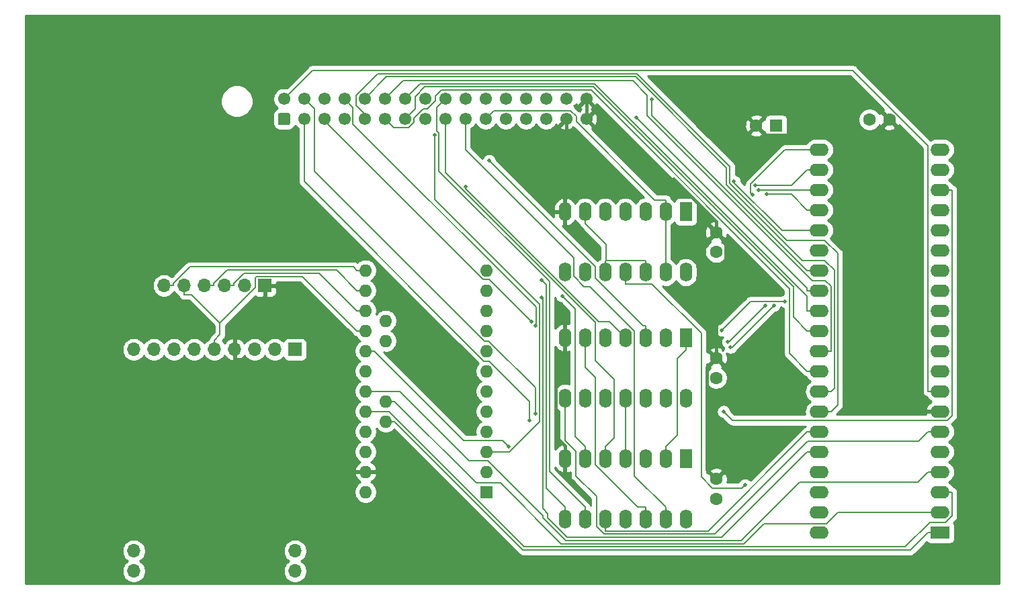
<source format=gbl>
G04 #@! TF.GenerationSoftware,KiCad,Pcbnew,(5.1.9)-1*
G04 #@! TF.CreationDate,2023-02-15T09:39:51+09:00*
G04 #@! TF.ProjectId,FM-7_SD,464d2d37-5f53-4442-9e6b-696361645f70,rev?*
G04 #@! TF.SameCoordinates,PX53920b0PY93c3260*
G04 #@! TF.FileFunction,Copper,L2,Bot*
G04 #@! TF.FilePolarity,Positive*
%FSLAX46Y46*%
G04 Gerber Fmt 4.6, Leading zero omitted, Abs format (unit mm)*
G04 Created by KiCad (PCBNEW (5.1.9)-1) date 2023-02-15 09:39:51*
%MOMM*%
%LPD*%
G01*
G04 APERTURE LIST*
G04 #@! TA.AperFunction,ComponentPad*
%ADD10C,1.600000*%
G04 #@! TD*
G04 #@! TA.AperFunction,ComponentPad*
%ADD11R,1.600000X1.600000*%
G04 #@! TD*
G04 #@! TA.AperFunction,ComponentPad*
%ADD12R,1.700000X1.700000*%
G04 #@! TD*
G04 #@! TA.AperFunction,ComponentPad*
%ADD13O,1.700000X1.700000*%
G04 #@! TD*
G04 #@! TA.AperFunction,ComponentPad*
%ADD14R,1.600000X2.400000*%
G04 #@! TD*
G04 #@! TA.AperFunction,ComponentPad*
%ADD15O,1.600000X2.400000*%
G04 #@! TD*
G04 #@! TA.AperFunction,ComponentPad*
%ADD16R,2.400000X1.600000*%
G04 #@! TD*
G04 #@! TA.AperFunction,ComponentPad*
%ADD17O,2.400000X1.600000*%
G04 #@! TD*
G04 #@! TA.AperFunction,ComponentPad*
%ADD18O,1.600000X1.600000*%
G04 #@! TD*
G04 #@! TA.AperFunction,ComponentPad*
%ADD19C,1.550000*%
G04 #@! TD*
G04 #@! TA.AperFunction,ViaPad*
%ADD20C,0.500000*%
G04 #@! TD*
G04 #@! TA.AperFunction,Conductor*
%ADD21C,0.400000*%
G04 #@! TD*
G04 #@! TA.AperFunction,Conductor*
%ADD22C,0.200000*%
G04 #@! TD*
G04 #@! TA.AperFunction,Conductor*
%ADD23C,0.254000*%
G04 #@! TD*
G04 #@! TA.AperFunction,Conductor*
%ADD24C,0.100000*%
G04 #@! TD*
G04 APERTURE END LIST*
D10*
X107025000Y59200000D03*
X109525000Y59200000D03*
D11*
X95250000Y58420000D03*
D10*
X92750000Y58420000D03*
X87695000Y13865000D03*
X87695000Y11365000D03*
X87695000Y26605000D03*
X87695000Y29105000D03*
X87695000Y42480000D03*
X87695000Y44980000D03*
D12*
X34635000Y30201000D03*
D13*
X32095000Y30201000D03*
X29555000Y30201000D03*
X27015000Y30201000D03*
X24475000Y30201000D03*
X21935000Y30201000D03*
X19395000Y30201000D03*
X16855000Y30201000D03*
X14315000Y30201000D03*
X14315000Y2261000D03*
X14315000Y4801000D03*
X34635000Y2261000D03*
X34635000Y4801000D03*
D12*
X30825000Y38260000D03*
D13*
X28285000Y38260000D03*
X25745000Y38260000D03*
X23205000Y38260000D03*
X20665000Y38260000D03*
X18125000Y38260000D03*
D14*
X83885000Y16445000D03*
D15*
X68645000Y8825000D03*
X81345000Y16445000D03*
X71185000Y8825000D03*
X78805000Y16445000D03*
X73725000Y8825000D03*
X76265000Y16445000D03*
X76265000Y8825000D03*
X73725000Y16445000D03*
X78805000Y8825000D03*
X71185000Y16445000D03*
X81345000Y8825000D03*
X68645000Y16445000D03*
X83885000Y8825000D03*
X83885000Y24065000D03*
X68645000Y31685000D03*
X81345000Y24065000D03*
X71185000Y31685000D03*
X78805000Y24065000D03*
X73725000Y31685000D03*
X76265000Y24065000D03*
X76265000Y31685000D03*
X73725000Y24065000D03*
X78805000Y31685000D03*
X71185000Y24065000D03*
X81345000Y31685000D03*
X68645000Y24065000D03*
D14*
X83885000Y31685000D03*
D16*
X115915000Y7130000D03*
D17*
X100675000Y55390000D03*
X115915000Y9670000D03*
X100675000Y52850000D03*
X115915000Y12210000D03*
X100675000Y50310000D03*
X115915000Y14750000D03*
X100675000Y47770000D03*
X115915000Y17290000D03*
X100675000Y45230000D03*
X115915000Y19830000D03*
X100675000Y42690000D03*
X115915000Y22370000D03*
X100675000Y40150000D03*
X115915000Y24910000D03*
X100675000Y37610000D03*
X115915000Y27450000D03*
X100675000Y35070000D03*
X115915000Y29990000D03*
X100675000Y32530000D03*
X115915000Y32530000D03*
X100675000Y29990000D03*
X115915000Y35070000D03*
X100675000Y27450000D03*
X115915000Y37610000D03*
X100675000Y24910000D03*
X115915000Y40150000D03*
X100675000Y22370000D03*
X115915000Y42690000D03*
X100675000Y19830000D03*
X115915000Y45230000D03*
X100675000Y17290000D03*
X115915000Y47770000D03*
X100675000Y14750000D03*
X115915000Y50310000D03*
X100675000Y12210000D03*
X115915000Y52850000D03*
X100675000Y9670000D03*
X115915000Y55390000D03*
X100675000Y7130000D03*
D11*
X58765000Y12225000D03*
D18*
X58765000Y14765000D03*
X58765000Y17305000D03*
X43525000Y40165000D03*
X58765000Y19845000D03*
X43525000Y37625000D03*
X58765000Y22385000D03*
X43525000Y35085000D03*
X58765000Y24925000D03*
X43525000Y32545000D03*
X58765000Y27465000D03*
X43525000Y30005000D03*
X58765000Y30005000D03*
X43525000Y27465000D03*
X58765000Y32545000D03*
X43525000Y24925000D03*
X58765000Y35085000D03*
X43525000Y22385000D03*
X58765000Y37625000D03*
X43525000Y19845000D03*
X58765000Y40165000D03*
X43525000Y17305000D03*
X43525000Y14765000D03*
X43525000Y12225000D03*
X46065000Y21115000D03*
X46065000Y23655000D03*
X46065000Y31275000D03*
X46065000Y33815000D03*
D15*
X83885000Y39940000D03*
X68645000Y47560000D03*
X81345000Y39940000D03*
X71185000Y47560000D03*
X78805000Y39940000D03*
X73725000Y47560000D03*
X76265000Y39940000D03*
X76265000Y47560000D03*
X73725000Y39940000D03*
X78805000Y47560000D03*
X71185000Y39940000D03*
X81345000Y47560000D03*
X68645000Y39940000D03*
D14*
X83885000Y47560000D03*
G04 #@! TA.AperFunction,ComponentPad*
G36*
G01*
X33775001Y58475000D02*
X32724999Y58475000D01*
G75*
G02*
X32475000Y58724999I0J249999D01*
G01*
X32475000Y59775001D01*
G75*
G02*
X32724999Y60025000I249999J0D01*
G01*
X33775001Y60025000D01*
G75*
G02*
X34025000Y59775001I0J-249999D01*
G01*
X34025000Y58724999D01*
G75*
G02*
X33775001Y58475000I-249999J0D01*
G01*
G37*
G04 #@! TD.AperFunction*
D19*
X35790000Y59250000D03*
X38330000Y59250000D03*
X40870000Y59250000D03*
X43410000Y59250000D03*
X45950000Y59250000D03*
X48490000Y59250000D03*
X51030000Y59250000D03*
X53570000Y59250000D03*
X56110000Y59250000D03*
X58650000Y59250000D03*
X61190000Y59250000D03*
X63730000Y59250000D03*
X66270000Y59250000D03*
X68810000Y59250000D03*
X71350000Y59250000D03*
X33250000Y61790000D03*
X35790000Y61790000D03*
X38330000Y61790000D03*
X40870000Y61790000D03*
X43410000Y61790000D03*
X45950000Y61790000D03*
X48490000Y61790000D03*
X51030000Y61790000D03*
X53570000Y61790000D03*
X56110000Y61790000D03*
X58650000Y61790000D03*
X61190000Y61790000D03*
X63730000Y61790000D03*
X66270000Y61790000D03*
X68810000Y61790000D03*
X71350000Y61790000D03*
D20*
X82390000Y51658000D03*
X96370500Y36274700D03*
X88417900Y32621900D03*
X65685100Y38980000D03*
X92278000Y49707500D03*
X92638300Y50866000D03*
X93078100Y50280200D03*
X94023800Y49755000D03*
X89953900Y51395900D03*
X61531400Y17956400D03*
X88613300Y22385000D03*
X95001300Y35718500D03*
X89495300Y30451600D03*
X93888200Y35719200D03*
X89191600Y31138600D03*
X68288900Y36924100D03*
X64162100Y21221300D03*
X64398100Y33742900D03*
X56138000Y50678800D03*
X77638500Y59452400D03*
X64909800Y22072500D03*
X59100300Y53985600D03*
X64899000Y33185300D03*
X79590300Y61739900D03*
X52228100Y57240000D03*
X91330600Y13127400D03*
X65737000Y36761100D03*
D21*
X115915000Y22370000D02*
X114314700Y22370000D01*
X107833900Y57219600D02*
X107833900Y57508900D01*
X107833900Y57508900D02*
X109525000Y59200000D01*
X114314700Y22370000D02*
X107833900Y28850800D01*
X107833900Y28850800D02*
X107833900Y57219600D01*
X92750000Y58420000D02*
X93950400Y57219600D01*
X93950400Y57219600D02*
X107833900Y57219600D01*
X87695000Y44980000D02*
X88897000Y43778000D01*
X88897000Y43778000D02*
X88897000Y35656600D01*
X88897000Y35656600D02*
X87695000Y34454600D01*
X87695000Y34454600D02*
X87695000Y29105000D01*
X82390000Y51658000D02*
X87695000Y46353000D01*
X87695000Y46353000D02*
X87695000Y44980000D01*
X71350000Y59250000D02*
X78941900Y51658100D01*
X78941900Y51658100D02*
X82390000Y51658100D01*
X82390000Y51658100D02*
X82390000Y51658000D01*
X71350000Y61790000D02*
X71350000Y59250000D01*
X27015000Y30201000D02*
X27015000Y31451300D01*
X30825000Y38260000D02*
X30825000Y35261300D01*
X30825000Y35261300D02*
X27015000Y31451300D01*
X87695000Y29105000D02*
X86494600Y27904600D01*
X86494600Y27904600D02*
X86494600Y15065400D01*
X86494600Y15065400D02*
X87695000Y13865000D01*
X68645000Y31685000D02*
X68645000Y30084700D01*
X68645000Y16445000D02*
X68645000Y18045300D01*
X68645000Y18045300D02*
X67437100Y19253200D01*
X67437100Y19253200D02*
X67437100Y28876800D01*
X67437100Y28876800D02*
X68645000Y30084700D01*
X68645000Y47560000D02*
X68645000Y49160300D01*
X68810000Y59250000D02*
X68810000Y49325300D01*
X68810000Y49325300D02*
X68645000Y49160300D01*
X27015000Y30201000D02*
X27015000Y28950700D01*
X43525000Y14765000D02*
X42324700Y14765000D01*
X42324700Y14765000D02*
X28139000Y28950700D01*
X28139000Y28950700D02*
X27015000Y28950700D01*
D22*
X47165300Y21115000D02*
X63362500Y4917800D01*
X63362500Y4917800D02*
X112202500Y4917800D01*
X112202500Y4917800D02*
X114414700Y7130000D01*
X115915000Y7130000D02*
X114414700Y7130000D01*
X46065000Y21115000D02*
X47165300Y21115000D01*
X47165300Y23655000D02*
X57466900Y13353400D01*
X57466900Y13353400D02*
X60516300Y13353400D01*
X60516300Y13353400D02*
X68151300Y5718400D01*
X68151300Y5718400D02*
X91210700Y5718400D01*
X91210700Y5718400D02*
X93750700Y8258400D01*
X93750700Y8258400D02*
X101633200Y8258400D01*
X101633200Y8258400D02*
X103044800Y9670000D01*
X103044800Y9670000D02*
X115915000Y9670000D01*
X46065000Y23655000D02*
X47165300Y23655000D01*
X43525000Y22385000D02*
X46461600Y22385000D01*
X46461600Y22385000D02*
X63528500Y5318100D01*
X63528500Y5318100D02*
X111532800Y5318100D01*
X111532800Y5318100D02*
X114614900Y8400200D01*
X114614900Y8400200D02*
X116608600Y8400200D01*
X116608600Y8400200D02*
X117415300Y9206900D01*
X117415300Y9206900D02*
X117415300Y12210000D01*
X115915000Y12210000D02*
X117415300Y12210000D01*
X115915000Y14750000D02*
X114414700Y14750000D01*
X43525000Y24925000D02*
X47824900Y24925000D01*
X47824900Y24925000D02*
X56573200Y16176700D01*
X56573200Y16176700D02*
X58915900Y16176700D01*
X58915900Y16176700D02*
X65887200Y9205400D01*
X65887200Y9205400D02*
X65887200Y8972000D01*
X65887200Y8972000D02*
X68740500Y6118700D01*
X68740500Y6118700D02*
X90844600Y6118700D01*
X90844600Y6118700D02*
X98205900Y13480000D01*
X98205900Y13480000D02*
X113144700Y13480000D01*
X113144700Y13480000D02*
X114414700Y14750000D01*
X88417900Y32621900D02*
X92070700Y36274700D01*
X92070700Y36274700D02*
X96370500Y36274700D01*
X81345000Y16445000D02*
X81345000Y17945300D01*
X83885000Y31685000D02*
X83885000Y30184700D01*
X83885000Y30184700D02*
X82784700Y29084400D01*
X82784700Y29084400D02*
X82784700Y19385000D01*
X82784700Y19385000D02*
X81345000Y17945300D01*
X68645000Y10325300D02*
X66287500Y12682800D01*
X66287500Y12682800D02*
X66287500Y38377600D01*
X66287500Y38377600D02*
X65685100Y38980000D01*
X68645000Y8825000D02*
X68645000Y10325300D01*
X78805000Y8825000D02*
X78805000Y10325300D01*
X71185000Y31685000D02*
X71185000Y27976300D01*
X71185000Y27976300D02*
X72455000Y26706300D01*
X72455000Y26706300D02*
X72455000Y15697100D01*
X72455000Y15697100D02*
X77826800Y10325300D01*
X77826800Y10325300D02*
X78805000Y10325300D01*
X73725000Y8825000D02*
X73725000Y7324700D01*
X100675000Y19830000D02*
X99174700Y19830000D01*
X99174700Y19830000D02*
X86669400Y7324700D01*
X86669400Y7324700D02*
X73725000Y7324700D01*
X92278000Y49707500D02*
X92038900Y49946600D01*
X92038900Y49946600D02*
X92038900Y51061600D01*
X92038900Y51061600D02*
X96367300Y55390000D01*
X96367300Y55390000D02*
X100675000Y55390000D01*
X100675000Y52850000D02*
X99174700Y52850000D01*
X92638300Y50866000D02*
X97190700Y50866000D01*
X97190700Y50866000D02*
X99174700Y52850000D01*
X100675000Y50310000D02*
X93107900Y50310000D01*
X93107900Y50310000D02*
X93078100Y50280200D01*
X99174700Y47770000D02*
X97189800Y49754900D01*
X97189800Y49754900D02*
X94023800Y49754900D01*
X94023800Y49754900D02*
X94023800Y49755000D01*
X100675000Y47770000D02*
X99174700Y47770000D01*
X89953900Y51395900D02*
X89953900Y51253400D01*
X89953900Y51253400D02*
X95977300Y45230000D01*
X95977300Y45230000D02*
X99174700Y45230000D01*
X100675000Y45230000D02*
X99174700Y45230000D01*
X44625300Y30005000D02*
X55913600Y18716700D01*
X55913600Y18716700D02*
X60771100Y18716700D01*
X60771100Y18716700D02*
X61531400Y17956400D01*
X43525000Y30005000D02*
X44625300Y30005000D01*
X117415300Y50310000D02*
X117415300Y21871500D01*
X117415300Y21871500D02*
X116811200Y21267400D01*
X116811200Y21267400D02*
X89730900Y21267400D01*
X89730900Y21267400D02*
X88613300Y22385000D01*
X115915000Y50310000D02*
X117415300Y50310000D01*
X89495300Y30451600D02*
X89495300Y30451700D01*
X89495300Y30451700D02*
X89734500Y30451700D01*
X89734500Y30451700D02*
X95001300Y35718500D01*
X89191600Y31138600D02*
X89307600Y31138600D01*
X89307600Y31138600D02*
X93888200Y35719200D01*
X71185000Y17945300D02*
X69915000Y19215300D01*
X69915000Y19215300D02*
X69915000Y35298000D01*
X69915000Y35298000D02*
X68288900Y36924100D01*
X71185000Y16445000D02*
X71185000Y17945300D01*
X25182200Y33504200D02*
X21576600Y37109700D01*
X21576600Y37109700D02*
X20665000Y37109700D01*
X24475000Y31351300D02*
X25182200Y32058500D01*
X25182200Y32058500D02*
X25182200Y33504100D01*
X25182200Y33504100D02*
X25182200Y33504200D01*
X42424700Y32545000D02*
X35559300Y39410400D01*
X35559300Y39410400D02*
X29812700Y39410400D01*
X29812700Y39410400D02*
X29674600Y39272300D01*
X29674600Y39272300D02*
X29674600Y37996600D01*
X29674600Y37996600D02*
X25182200Y33504200D01*
X20665000Y38260000D02*
X20665000Y37109700D01*
X24475000Y30201000D02*
X24475000Y31351300D01*
X43525000Y32545000D02*
X42424700Y32545000D01*
X25745000Y38260000D02*
X26895300Y38260000D01*
X43525000Y35085000D02*
X42424700Y35085000D01*
X42424700Y35085000D02*
X37698000Y39811700D01*
X37698000Y39811700D02*
X28208600Y39811700D01*
X28208600Y39811700D02*
X26895300Y38498400D01*
X26895300Y38498400D02*
X26895300Y38260000D01*
X24355300Y38260000D02*
X24355300Y38498400D01*
X24355300Y38498400D02*
X26070700Y40213800D01*
X26070700Y40213800D02*
X39835900Y40213800D01*
X39835900Y40213800D02*
X42424700Y37625000D01*
X23205000Y38260000D02*
X24355300Y38260000D01*
X43525000Y37625000D02*
X42424700Y37625000D01*
X18125000Y38260000D02*
X19275300Y38260000D01*
X43525000Y40165000D02*
X42424700Y40165000D01*
X42424700Y40165000D02*
X41968900Y40620800D01*
X41968900Y40620800D02*
X21397700Y40620800D01*
X21397700Y40620800D02*
X19275300Y38498400D01*
X19275300Y38498400D02*
X19275300Y38260000D01*
X35790000Y59250000D02*
X35790000Y51379000D01*
X35790000Y51379000D02*
X58434000Y28735000D01*
X58434000Y28735000D02*
X59060200Y28735000D01*
X59060200Y28735000D02*
X64162100Y23633100D01*
X64162100Y23633100D02*
X64162100Y21221300D01*
X38330000Y59250000D02*
X38330000Y59014200D01*
X38330000Y59014200D02*
X58307500Y39036700D01*
X58307500Y39036700D02*
X59104300Y39036700D01*
X59104300Y39036700D02*
X64398100Y33742900D01*
X56138000Y50678800D02*
X56138000Y50459600D01*
X56138000Y50459600D02*
X72863900Y33733700D01*
X72863900Y33733700D02*
X74216300Y33733700D01*
X74216300Y33733700D02*
X76265000Y31685000D01*
X102175300Y22370000D02*
X103000900Y23195600D01*
X103000900Y23195600D02*
X103000900Y42320800D01*
X103000900Y42320800D02*
X101361700Y43960000D01*
X101361700Y43960000D02*
X96611600Y43960000D01*
X96611600Y43960000D02*
X89403600Y51168000D01*
X89403600Y51168000D02*
X89403600Y53271000D01*
X89403600Y53271000D02*
X77711700Y64962900D01*
X77711700Y64962900D02*
X45018800Y64962900D01*
X45018800Y64962900D02*
X42319000Y62263100D01*
X42319000Y62263100D02*
X42319000Y60933400D01*
X42319000Y60933400D02*
X43410000Y59842400D01*
X43410000Y59842400D02*
X43410000Y59250000D01*
X100675000Y22370000D02*
X102175300Y22370000D01*
X45950000Y59250000D02*
X47041800Y58158200D01*
X47041800Y58158200D02*
X48919200Y58158200D01*
X48919200Y58158200D02*
X49618300Y58857300D01*
X49618300Y58857300D02*
X49618300Y59364500D01*
X49618300Y59364500D02*
X50773800Y60520000D01*
X50773800Y60520000D02*
X51298700Y60520000D01*
X51298700Y60520000D02*
X52300000Y61521300D01*
X52300000Y61521300D02*
X52300000Y62109400D01*
X52300000Y62109400D02*
X53063700Y62873100D01*
X53063700Y62873100D02*
X71953500Y62873100D01*
X71953500Y62873100D02*
X96936600Y37890000D01*
X96936600Y37890000D02*
X96936600Y29688100D01*
X96936600Y29688100D02*
X99174700Y27450000D01*
X100675000Y27450000D02*
X99174700Y27450000D01*
X48490000Y59250000D02*
X49760000Y60520000D01*
X49760000Y60520000D02*
X49760000Y62092600D01*
X49760000Y62092600D02*
X50967600Y63300200D01*
X50967600Y63300200D02*
X72205700Y63300200D01*
X72205700Y63300200D02*
X97418800Y38087100D01*
X97418800Y38087100D02*
X97418800Y34285900D01*
X97418800Y34285900D02*
X99174700Y32530000D01*
X100675000Y32530000D02*
X99174700Y32530000D01*
X77638500Y59452400D02*
X99174700Y37916200D01*
X99174700Y37916200D02*
X99174700Y37610000D01*
X100675000Y37610000D02*
X99174700Y37610000D01*
X73725000Y16445000D02*
X73725000Y17945300D01*
X53570000Y59250000D02*
X53570000Y52461300D01*
X53570000Y52461300D02*
X72454800Y33576500D01*
X72454800Y33576500D02*
X72454800Y28827200D01*
X72454800Y28827200D02*
X74836100Y26445900D01*
X74836100Y26445900D02*
X74836100Y19056400D01*
X74836100Y19056400D02*
X73725000Y17945300D01*
X56110000Y59250000D02*
X56110000Y55414400D01*
X56110000Y55414400D02*
X69745300Y41779100D01*
X69745300Y41779100D02*
X69745300Y39422700D01*
X69745300Y39422700D02*
X71023200Y38144800D01*
X71023200Y38144800D02*
X71772700Y38144800D01*
X71772700Y38144800D02*
X77405600Y32511900D01*
X77405600Y32511900D02*
X77405600Y14264700D01*
X77405600Y14264700D02*
X81345000Y10325300D01*
X81345000Y8825000D02*
X81345000Y10325300D01*
X81345000Y47560000D02*
X81345000Y49060300D01*
X58650000Y59250000D02*
X59725400Y60325400D01*
X59725400Y60325400D02*
X69326800Y60325400D01*
X69326800Y60325400D02*
X70080000Y59572200D01*
X70080000Y59572200D02*
X70080000Y58918400D01*
X70080000Y58918400D02*
X79938100Y49060300D01*
X79938100Y49060300D02*
X81345000Y49060300D01*
X81345000Y47560000D02*
X81345000Y39940000D01*
X114414700Y24910000D02*
X114414700Y55880400D01*
X114414700Y55880400D02*
X104904200Y65390900D01*
X104904200Y65390900D02*
X36850900Y65390900D01*
X36850900Y65390900D02*
X33250000Y61790000D01*
X115915000Y24910000D02*
X114414700Y24910000D01*
X35790000Y61790000D02*
X37060000Y60520000D01*
X37060000Y60520000D02*
X37060000Y52677600D01*
X37060000Y52677600D02*
X58462600Y31275000D01*
X58462600Y31275000D02*
X59052000Y31275000D01*
X59052000Y31275000D02*
X64909800Y25417200D01*
X64909800Y25417200D02*
X64909800Y22072500D01*
X78805000Y33185300D02*
X78463000Y33185300D01*
X78463000Y33185300D02*
X72455000Y39193300D01*
X72455000Y39193300D02*
X72455000Y40630900D01*
X72455000Y40630900D02*
X59100300Y53985600D01*
X78805000Y31685000D02*
X78805000Y33185300D01*
X40870000Y61790000D02*
X41945400Y60714600D01*
X41945400Y60714600D02*
X41945400Y58565400D01*
X41945400Y58565400D02*
X64987400Y35523400D01*
X64987400Y35523400D02*
X64987400Y33273700D01*
X64987400Y33273700D02*
X64899000Y33185300D01*
X102175300Y24910000D02*
X102575600Y25310300D01*
X102575600Y25310300D02*
X102575600Y40206100D01*
X102575600Y40206100D02*
X101361700Y41420000D01*
X101361700Y41420000D02*
X98585500Y41420000D01*
X98585500Y41420000D02*
X89003300Y51002200D01*
X89003300Y51002200D02*
X89003300Y53105200D01*
X89003300Y53105200D02*
X77546000Y64562500D01*
X77546000Y64562500D02*
X46182500Y64562500D01*
X46182500Y64562500D02*
X43410000Y61790000D01*
X100675000Y24910000D02*
X102175300Y24910000D01*
X100675000Y29990000D02*
X102175300Y29990000D01*
X45950000Y61790000D02*
X48262900Y64102900D01*
X48262900Y64102900D02*
X77174200Y64102900D01*
X77174200Y64102900D02*
X79025400Y62251700D01*
X79025400Y62251700D02*
X79025400Y59716300D01*
X79025400Y59716300D02*
X99861700Y38880000D01*
X99861700Y38880000D02*
X101446700Y38880000D01*
X101446700Y38880000D02*
X102175300Y38151400D01*
X102175300Y38151400D02*
X102175300Y29990000D01*
X48490000Y61790000D02*
X50400500Y63700500D01*
X50400500Y63700500D02*
X72372200Y63700500D01*
X72372200Y63700500D02*
X99174700Y36898000D01*
X99174700Y36898000D02*
X99174700Y35070000D01*
X100675000Y35070000D02*
X99174700Y35070000D01*
X99174700Y40150000D02*
X79590300Y59734400D01*
X79590300Y59734400D02*
X79590300Y61739900D01*
X100675000Y40150000D02*
X99174700Y40150000D01*
X71185000Y10325300D02*
X66687800Y14822500D01*
X66687800Y14822500D02*
X66687800Y38777200D01*
X66687800Y38777200D02*
X52778400Y52686600D01*
X52778400Y52686600D02*
X52778400Y57468000D01*
X52778400Y57468000D02*
X52492200Y57754200D01*
X52492200Y57754200D02*
X52492200Y60712200D01*
X52492200Y60712200D02*
X53570000Y61790000D01*
X71185000Y8825000D02*
X71185000Y10325300D01*
X58765000Y17305000D02*
X61671400Y17305000D01*
X61671400Y17305000D02*
X65460100Y21093700D01*
X65460100Y21093700D02*
X65460100Y35899700D01*
X65460100Y35899700D02*
X52228100Y49131700D01*
X52228100Y49131700D02*
X52228100Y57240000D01*
X76265000Y24065000D02*
X76265000Y16445000D01*
X76265000Y38439700D02*
X79613300Y38439700D01*
X79613300Y38439700D02*
X85825000Y32228000D01*
X85825000Y32228000D02*
X85825000Y14141900D01*
X85825000Y14141900D02*
X87223800Y12743100D01*
X87223800Y12743100D02*
X90946300Y12743100D01*
X90946300Y12743100D02*
X91330600Y13127400D01*
X76265000Y39940000D02*
X76265000Y38439700D01*
X65737000Y36761100D02*
X65887100Y36611000D01*
X65887100Y36611000D02*
X65887100Y10125300D01*
X65887100Y10125300D02*
X66487600Y9524800D01*
X66487600Y9524800D02*
X66487600Y8958900D01*
X66487600Y8958900D02*
X68923500Y6523000D01*
X68923500Y6523000D02*
X88407700Y6523000D01*
X88407700Y6523000D02*
X99174700Y17290000D01*
X100675000Y17290000D02*
X99174700Y17290000D01*
X73825100Y41440300D02*
X73725000Y41340200D01*
X78805000Y41440300D02*
X73825100Y41440300D01*
X73825100Y41440300D02*
X73825100Y43419600D01*
X73825100Y43419600D02*
X71185000Y46059700D01*
X71185000Y47560000D02*
X71185000Y46059700D01*
X78805000Y39940000D02*
X78805000Y41440300D01*
X73725000Y39940000D02*
X73725000Y41340200D01*
X114414700Y19830000D02*
X113201900Y18617200D01*
X113201900Y18617200D02*
X99252400Y18617200D01*
X99252400Y18617200D02*
X87558500Y6923300D01*
X87558500Y6923300D02*
X73555100Y6923300D01*
X73555100Y6923300D02*
X72624600Y7853800D01*
X72624600Y7853800D02*
X72624600Y11677400D01*
X72624600Y11677400D02*
X70056700Y14245300D01*
X70056700Y14245300D02*
X70056700Y17341300D01*
X70056700Y17341300D02*
X68645000Y18753000D01*
X68645000Y18753000D02*
X68645000Y24065000D01*
X115915000Y19830000D02*
X114414700Y19830000D01*
D23*
X123340000Y660000D02*
X660000Y660000D01*
X660000Y4947260D01*
X12830000Y4947260D01*
X12830000Y4654740D01*
X12887068Y4367842D01*
X12999010Y4097589D01*
X13161525Y3854368D01*
X13368368Y3647525D01*
X13542760Y3531000D01*
X13368368Y3414475D01*
X13161525Y3207632D01*
X12999010Y2964411D01*
X12887068Y2694158D01*
X12830000Y2407260D01*
X12830000Y2114740D01*
X12887068Y1827842D01*
X12999010Y1557589D01*
X13161525Y1314368D01*
X13368368Y1107525D01*
X13611589Y945010D01*
X13881842Y833068D01*
X14168740Y776000D01*
X14461260Y776000D01*
X14748158Y833068D01*
X15018411Y945010D01*
X15261632Y1107525D01*
X15468475Y1314368D01*
X15630990Y1557589D01*
X15742932Y1827842D01*
X15800000Y2114740D01*
X15800000Y2407260D01*
X15742932Y2694158D01*
X15630990Y2964411D01*
X15468475Y3207632D01*
X15261632Y3414475D01*
X15087240Y3531000D01*
X15261632Y3647525D01*
X15468475Y3854368D01*
X15630990Y4097589D01*
X15742932Y4367842D01*
X15800000Y4654740D01*
X15800000Y4947260D01*
X33150000Y4947260D01*
X33150000Y4654740D01*
X33207068Y4367842D01*
X33319010Y4097589D01*
X33481525Y3854368D01*
X33688368Y3647525D01*
X33862760Y3531000D01*
X33688368Y3414475D01*
X33481525Y3207632D01*
X33319010Y2964411D01*
X33207068Y2694158D01*
X33150000Y2407260D01*
X33150000Y2114740D01*
X33207068Y1827842D01*
X33319010Y1557589D01*
X33481525Y1314368D01*
X33688368Y1107525D01*
X33931589Y945010D01*
X34201842Y833068D01*
X34488740Y776000D01*
X34781260Y776000D01*
X35068158Y833068D01*
X35338411Y945010D01*
X35581632Y1107525D01*
X35788475Y1314368D01*
X35950990Y1557589D01*
X36062932Y1827842D01*
X36120000Y2114740D01*
X36120000Y2407260D01*
X36062932Y2694158D01*
X35950990Y2964411D01*
X35788475Y3207632D01*
X35581632Y3414475D01*
X35407240Y3531000D01*
X35581632Y3647525D01*
X35788475Y3854368D01*
X35950990Y4097589D01*
X36062932Y4367842D01*
X36120000Y4654740D01*
X36120000Y4947260D01*
X36062932Y5234158D01*
X35950990Y5504411D01*
X35788475Y5747632D01*
X35581632Y5954475D01*
X35338411Y6116990D01*
X35068158Y6228932D01*
X34781260Y6286000D01*
X34488740Y6286000D01*
X34201842Y6228932D01*
X33931589Y6116990D01*
X33688368Y5954475D01*
X33481525Y5747632D01*
X33319010Y5504411D01*
X33207068Y5234158D01*
X33150000Y4947260D01*
X15800000Y4947260D01*
X15742932Y5234158D01*
X15630990Y5504411D01*
X15468475Y5747632D01*
X15261632Y5954475D01*
X15018411Y6116990D01*
X14748158Y6228932D01*
X14461260Y6286000D01*
X14168740Y6286000D01*
X13881842Y6228932D01*
X13611589Y6116990D01*
X13368368Y5954475D01*
X13161525Y5747632D01*
X12999010Y5504411D01*
X12887068Y5234158D01*
X12830000Y4947260D01*
X660000Y4947260D01*
X660000Y12366335D01*
X42090000Y12366335D01*
X42090000Y12083665D01*
X42145147Y11806426D01*
X42253320Y11545273D01*
X42410363Y11310241D01*
X42610241Y11110363D01*
X42845273Y10953320D01*
X43106426Y10845147D01*
X43383665Y10790000D01*
X43666335Y10790000D01*
X43943574Y10845147D01*
X44204727Y10953320D01*
X44439759Y11110363D01*
X44639637Y11310241D01*
X44796680Y11545273D01*
X44904853Y11806426D01*
X44960000Y12083665D01*
X44960000Y12366335D01*
X44904853Y12643574D01*
X44796680Y12904727D01*
X44639637Y13139759D01*
X44439759Y13339637D01*
X44204727Y13496680D01*
X44194135Y13501067D01*
X44380131Y13612615D01*
X44588519Y13801586D01*
X44756037Y14027580D01*
X44876246Y14281913D01*
X44916904Y14415961D01*
X44794915Y14638000D01*
X43652000Y14638000D01*
X43652000Y14618000D01*
X43398000Y14618000D01*
X43398000Y14638000D01*
X42255085Y14638000D01*
X42133096Y14415961D01*
X42173754Y14281913D01*
X42293963Y14027580D01*
X42461481Y13801586D01*
X42669869Y13612615D01*
X42855865Y13501067D01*
X42845273Y13496680D01*
X42610241Y13339637D01*
X42410363Y13139759D01*
X42253320Y12904727D01*
X42145147Y12643574D01*
X42090000Y12366335D01*
X660000Y12366335D01*
X660000Y30347260D01*
X12830000Y30347260D01*
X12830000Y30054740D01*
X12887068Y29767842D01*
X12999010Y29497589D01*
X13161525Y29254368D01*
X13368368Y29047525D01*
X13611589Y28885010D01*
X13881842Y28773068D01*
X14168740Y28716000D01*
X14461260Y28716000D01*
X14748158Y28773068D01*
X15018411Y28885010D01*
X15261632Y29047525D01*
X15468475Y29254368D01*
X15585000Y29428760D01*
X15701525Y29254368D01*
X15908368Y29047525D01*
X16151589Y28885010D01*
X16421842Y28773068D01*
X16708740Y28716000D01*
X17001260Y28716000D01*
X17288158Y28773068D01*
X17558411Y28885010D01*
X17801632Y29047525D01*
X18008475Y29254368D01*
X18125000Y29428760D01*
X18241525Y29254368D01*
X18448368Y29047525D01*
X18691589Y28885010D01*
X18961842Y28773068D01*
X19248740Y28716000D01*
X19541260Y28716000D01*
X19828158Y28773068D01*
X20098411Y28885010D01*
X20341632Y29047525D01*
X20548475Y29254368D01*
X20665000Y29428760D01*
X20781525Y29254368D01*
X20988368Y29047525D01*
X21231589Y28885010D01*
X21501842Y28773068D01*
X21788740Y28716000D01*
X22081260Y28716000D01*
X22368158Y28773068D01*
X22638411Y28885010D01*
X22881632Y29047525D01*
X23088475Y29254368D01*
X23205000Y29428760D01*
X23321525Y29254368D01*
X23528368Y29047525D01*
X23771589Y28885010D01*
X24041842Y28773068D01*
X24328740Y28716000D01*
X24621260Y28716000D01*
X24908158Y28773068D01*
X25178411Y28885010D01*
X25421632Y29047525D01*
X25628475Y29254368D01*
X25750195Y29436534D01*
X25819822Y29319645D01*
X26014731Y29103412D01*
X26248080Y28929359D01*
X26510901Y28804175D01*
X26658110Y28759524D01*
X26888000Y28880845D01*
X26888000Y30074000D01*
X26868000Y30074000D01*
X26868000Y30328000D01*
X26888000Y30328000D01*
X26888000Y31521155D01*
X27142000Y31521155D01*
X27142000Y30328000D01*
X27162000Y30328000D01*
X27162000Y30074000D01*
X27142000Y30074000D01*
X27142000Y28880845D01*
X27371890Y28759524D01*
X27519099Y28804175D01*
X27781920Y28929359D01*
X28015269Y29103412D01*
X28210178Y29319645D01*
X28279805Y29436534D01*
X28401525Y29254368D01*
X28608368Y29047525D01*
X28851589Y28885010D01*
X29121842Y28773068D01*
X29408740Y28716000D01*
X29701260Y28716000D01*
X29988158Y28773068D01*
X30258411Y28885010D01*
X30501632Y29047525D01*
X30708475Y29254368D01*
X30825000Y29428760D01*
X30941525Y29254368D01*
X31148368Y29047525D01*
X31391589Y28885010D01*
X31661842Y28773068D01*
X31948740Y28716000D01*
X32241260Y28716000D01*
X32528158Y28773068D01*
X32798411Y28885010D01*
X33041632Y29047525D01*
X33173487Y29179380D01*
X33195498Y29106820D01*
X33254463Y28996506D01*
X33333815Y28899815D01*
X33430506Y28820463D01*
X33540820Y28761498D01*
X33660518Y28725188D01*
X33785000Y28712928D01*
X35485000Y28712928D01*
X35609482Y28725188D01*
X35729180Y28761498D01*
X35839494Y28820463D01*
X35936185Y28899815D01*
X36015537Y28996506D01*
X36074502Y29106820D01*
X36110812Y29226518D01*
X36123072Y29351000D01*
X36123072Y31051000D01*
X36110812Y31175482D01*
X36074502Y31295180D01*
X36015537Y31405494D01*
X35936185Y31502185D01*
X35839494Y31581537D01*
X35729180Y31640502D01*
X35609482Y31676812D01*
X35485000Y31689072D01*
X33785000Y31689072D01*
X33660518Y31676812D01*
X33540820Y31640502D01*
X33430506Y31581537D01*
X33333815Y31502185D01*
X33254463Y31405494D01*
X33195498Y31295180D01*
X33173487Y31222620D01*
X33041632Y31354475D01*
X32798411Y31516990D01*
X32528158Y31628932D01*
X32241260Y31686000D01*
X31948740Y31686000D01*
X31661842Y31628932D01*
X31391589Y31516990D01*
X31148368Y31354475D01*
X30941525Y31147632D01*
X30825000Y30973240D01*
X30708475Y31147632D01*
X30501632Y31354475D01*
X30258411Y31516990D01*
X29988158Y31628932D01*
X29701260Y31686000D01*
X29408740Y31686000D01*
X29121842Y31628932D01*
X28851589Y31516990D01*
X28608368Y31354475D01*
X28401525Y31147632D01*
X28279805Y30965466D01*
X28210178Y31082355D01*
X28015269Y31298588D01*
X27781920Y31472641D01*
X27519099Y31597825D01*
X27371890Y31642476D01*
X27142000Y31521155D01*
X26888000Y31521155D01*
X26658110Y31642476D01*
X26510901Y31597825D01*
X26248080Y31472641D01*
X26014731Y31298588D01*
X25819822Y31082355D01*
X25750195Y30965466D01*
X25628475Y31147632D01*
X25469627Y31306480D01*
X25676397Y31513250D01*
X25704437Y31536262D01*
X25727450Y31564303D01*
X25727453Y31564306D01*
X25796287Y31648180D01*
X25818144Y31689072D01*
X25864537Y31775867D01*
X25906565Y31914415D01*
X25917200Y32022395D01*
X25917200Y32022396D01*
X25920756Y32058500D01*
X25917200Y32094605D01*
X25917200Y33199754D01*
X29607546Y36890099D01*
X29620506Y36879463D01*
X29730820Y36820498D01*
X29850518Y36784188D01*
X29975000Y36771928D01*
X30539250Y36775000D01*
X30698000Y36933750D01*
X30698000Y38133000D01*
X30952000Y38133000D01*
X30952000Y36933750D01*
X31110750Y36775000D01*
X31675000Y36771928D01*
X31799482Y36784188D01*
X31919180Y36820498D01*
X32029494Y36879463D01*
X32126185Y36958815D01*
X32205537Y37055506D01*
X32264502Y37165820D01*
X32300812Y37285518D01*
X32313072Y37410000D01*
X32310000Y37974250D01*
X32151250Y38133000D01*
X30952000Y38133000D01*
X30698000Y38133000D01*
X30678000Y38133000D01*
X30678000Y38387000D01*
X30698000Y38387000D01*
X30698000Y38407000D01*
X30952000Y38407000D01*
X30952000Y38387000D01*
X32151250Y38387000D01*
X32310000Y38545750D01*
X32310706Y38675400D01*
X35254854Y38675400D01*
X41879446Y32050807D01*
X41902462Y32022762D01*
X42014380Y31930913D01*
X42142067Y31862663D01*
X42262850Y31826024D01*
X42280615Y31820635D01*
X42283324Y31820368D01*
X42410363Y31630241D01*
X42610241Y31430363D01*
X42842759Y31275000D01*
X42610241Y31119637D01*
X42410363Y30919759D01*
X42253320Y30684727D01*
X42145147Y30423574D01*
X42090000Y30146335D01*
X42090000Y29863665D01*
X42145147Y29586426D01*
X42253320Y29325273D01*
X42410363Y29090241D01*
X42610241Y28890363D01*
X42842759Y28735000D01*
X42610241Y28579637D01*
X42410363Y28379759D01*
X42253320Y28144727D01*
X42145147Y27883574D01*
X42090000Y27606335D01*
X42090000Y27323665D01*
X42145147Y27046426D01*
X42253320Y26785273D01*
X42410363Y26550241D01*
X42610241Y26350363D01*
X42842759Y26195000D01*
X42610241Y26039637D01*
X42410363Y25839759D01*
X42253320Y25604727D01*
X42145147Y25343574D01*
X42090000Y25066335D01*
X42090000Y24783665D01*
X42145147Y24506426D01*
X42253320Y24245273D01*
X42410363Y24010241D01*
X42610241Y23810363D01*
X42842759Y23655000D01*
X42610241Y23499637D01*
X42410363Y23299759D01*
X42253320Y23064727D01*
X42145147Y22803574D01*
X42090000Y22526335D01*
X42090000Y22243665D01*
X42145147Y21966426D01*
X42253320Y21705273D01*
X42410363Y21470241D01*
X42610241Y21270363D01*
X42842759Y21115000D01*
X42610241Y20959637D01*
X42410363Y20759759D01*
X42253320Y20524727D01*
X42145147Y20263574D01*
X42090000Y19986335D01*
X42090000Y19703665D01*
X42145147Y19426426D01*
X42253320Y19165273D01*
X42410363Y18930241D01*
X42610241Y18730363D01*
X42842759Y18575000D01*
X42610241Y18419637D01*
X42410363Y18219759D01*
X42253320Y17984727D01*
X42145147Y17723574D01*
X42090000Y17446335D01*
X42090000Y17163665D01*
X42145147Y16886426D01*
X42253320Y16625273D01*
X42410363Y16390241D01*
X42610241Y16190363D01*
X42845273Y16033320D01*
X42855865Y16028933D01*
X42669869Y15917385D01*
X42461481Y15728414D01*
X42293963Y15502420D01*
X42173754Y15248087D01*
X42133096Y15114039D01*
X42255085Y14892000D01*
X43398000Y14892000D01*
X43398000Y14912000D01*
X43652000Y14912000D01*
X43652000Y14892000D01*
X44794915Y14892000D01*
X44916904Y15114039D01*
X44876246Y15248087D01*
X44756037Y15502420D01*
X44588519Y15728414D01*
X44380131Y15917385D01*
X44194135Y16028933D01*
X44204727Y16033320D01*
X44439759Y16190363D01*
X44639637Y16390241D01*
X44796680Y16625273D01*
X44904853Y16886426D01*
X44960000Y17163665D01*
X44960000Y17446335D01*
X44904853Y17723574D01*
X44796680Y17984727D01*
X44639637Y18219759D01*
X44439759Y18419637D01*
X44207241Y18575000D01*
X44439759Y18730363D01*
X44639637Y18930241D01*
X44796680Y19165273D01*
X44904853Y19426426D01*
X44960000Y19703665D01*
X44960000Y19986335D01*
X44904853Y20263574D01*
X44899646Y20276144D01*
X44950363Y20200241D01*
X45150241Y20000363D01*
X45385273Y19843320D01*
X45646426Y19735147D01*
X45923665Y19680000D01*
X46206335Y19680000D01*
X46483574Y19735147D01*
X46744727Y19843320D01*
X46979759Y20000363D01*
X47110125Y20130729D01*
X62817246Y4423607D01*
X62840262Y4395562D01*
X62952180Y4303713D01*
X63079867Y4235463D01*
X63218415Y4193435D01*
X63362500Y4179244D01*
X63398605Y4182800D01*
X112166395Y4182800D01*
X112202500Y4179244D01*
X112238605Y4182800D01*
X112346585Y4193435D01*
X112485133Y4235463D01*
X112612820Y4303713D01*
X112724738Y4395562D01*
X112747758Y4423612D01*
X114236385Y5912238D01*
X114263815Y5878815D01*
X114360506Y5799463D01*
X114470820Y5740498D01*
X114590518Y5704188D01*
X114715000Y5691928D01*
X117115000Y5691928D01*
X117239482Y5704188D01*
X117359180Y5740498D01*
X117469494Y5799463D01*
X117566185Y5878815D01*
X117645537Y5975506D01*
X117704502Y6085820D01*
X117740812Y6205518D01*
X117753072Y6330000D01*
X117753072Y7930000D01*
X117740812Y8054482D01*
X117704502Y8174180D01*
X117645537Y8284494D01*
X117594513Y8346667D01*
X117909497Y8661650D01*
X117937537Y8684662D01*
X117960550Y8712703D01*
X117960553Y8712706D01*
X117993287Y8752593D01*
X118029387Y8796580D01*
X118097637Y8924267D01*
X118126916Y9020786D01*
X118139665Y9062814D01*
X118153856Y9206899D01*
X118150300Y9243004D01*
X118150300Y12173895D01*
X118153856Y12210000D01*
X118139665Y12354085D01*
X118097637Y12492633D01*
X118029387Y12620320D01*
X117937538Y12732238D01*
X117825620Y12824087D01*
X117697933Y12892337D01*
X117559385Y12934365D01*
X117554702Y12934826D01*
X117513932Y13011101D01*
X117334608Y13229608D01*
X117116101Y13408932D01*
X116983142Y13480000D01*
X117116101Y13551068D01*
X117334608Y13730392D01*
X117513932Y13948899D01*
X117647182Y14198192D01*
X117729236Y14468691D01*
X117756943Y14750000D01*
X117729236Y15031309D01*
X117647182Y15301808D01*
X117513932Y15551101D01*
X117334608Y15769608D01*
X117116101Y15948932D01*
X116983142Y16020000D01*
X117116101Y16091068D01*
X117334608Y16270392D01*
X117513932Y16488899D01*
X117647182Y16738192D01*
X117729236Y17008691D01*
X117756943Y17290000D01*
X117729236Y17571309D01*
X117647182Y17841808D01*
X117513932Y18091101D01*
X117334608Y18309608D01*
X117116101Y18488932D01*
X116983142Y18560000D01*
X117116101Y18631068D01*
X117334608Y18810392D01*
X117513932Y19028899D01*
X117647182Y19278192D01*
X117729236Y19548691D01*
X117756943Y19830000D01*
X117729236Y20111309D01*
X117647182Y20381808D01*
X117513932Y20631101D01*
X117378893Y20795647D01*
X117909493Y21326246D01*
X117937538Y21349262D01*
X118029387Y21461180D01*
X118097637Y21588867D01*
X118139665Y21727415D01*
X118150300Y21835395D01*
X118150300Y21835404D01*
X118153855Y21871499D01*
X118150300Y21907594D01*
X118150300Y50273895D01*
X118153856Y50310000D01*
X118139665Y50454085D01*
X118097637Y50592633D01*
X118029387Y50720320D01*
X117937538Y50832238D01*
X117825620Y50924087D01*
X117697933Y50992337D01*
X117559385Y51034365D01*
X117554702Y51034826D01*
X117513932Y51111101D01*
X117334608Y51329608D01*
X117116101Y51508932D01*
X116983142Y51580000D01*
X117116101Y51651068D01*
X117334608Y51830392D01*
X117513932Y52048899D01*
X117647182Y52298192D01*
X117729236Y52568691D01*
X117756943Y52850000D01*
X117729236Y53131309D01*
X117647182Y53401808D01*
X117513932Y53651101D01*
X117334608Y53869608D01*
X117116101Y54048932D01*
X116983142Y54120000D01*
X117116101Y54191068D01*
X117334608Y54370392D01*
X117513932Y54588899D01*
X117647182Y54838192D01*
X117729236Y55108691D01*
X117756943Y55390000D01*
X117729236Y55671309D01*
X117647182Y55941808D01*
X117513932Y56191101D01*
X117334608Y56409608D01*
X117116101Y56588932D01*
X116866808Y56722182D01*
X116596309Y56804236D01*
X116385492Y56825000D01*
X115444508Y56825000D01*
X115233691Y56804236D01*
X114963192Y56722182D01*
X114734567Y56599980D01*
X105449459Y65885087D01*
X105426438Y65913138D01*
X105314520Y66004987D01*
X105186833Y66073237D01*
X105048285Y66115265D01*
X104940305Y66125900D01*
X104904200Y66129456D01*
X104868095Y66125900D01*
X36887005Y66125900D01*
X36850900Y66129456D01*
X36706815Y66115265D01*
X36568266Y66073237D01*
X36440580Y66004987D01*
X36328662Y65913138D01*
X36305646Y65885093D01*
X33582115Y63161561D01*
X33388873Y63200000D01*
X33111127Y63200000D01*
X32838718Y63145814D01*
X32582115Y63039525D01*
X32351178Y62885218D01*
X32154782Y62688822D01*
X32000475Y62457885D01*
X31894186Y62201282D01*
X31840000Y61928873D01*
X31840000Y61651127D01*
X31894186Y61378718D01*
X32000475Y61122115D01*
X32154782Y60891178D01*
X32351178Y60694782D01*
X32464006Y60619393D01*
X32385149Y60595472D01*
X32231613Y60513405D01*
X32097038Y60402962D01*
X31986595Y60268387D01*
X31904528Y60114851D01*
X31853992Y59948255D01*
X31836928Y59775001D01*
X31836928Y58724999D01*
X31853992Y58551745D01*
X31904528Y58385149D01*
X31986595Y58231613D01*
X32097038Y58097038D01*
X32231613Y57986595D01*
X32385149Y57904528D01*
X32551745Y57853992D01*
X32724999Y57836928D01*
X33775001Y57836928D01*
X33948255Y57853992D01*
X34114851Y57904528D01*
X34268387Y57986595D01*
X34402962Y58097038D01*
X34513405Y58231613D01*
X34595472Y58385149D01*
X34619393Y58464006D01*
X34694782Y58351178D01*
X34891178Y58154782D01*
X35055000Y58045320D01*
X35055001Y51415115D01*
X35051444Y51379000D01*
X35065635Y51234915D01*
X35103194Y51111101D01*
X35107664Y51096367D01*
X35175914Y50968680D01*
X35267763Y50856762D01*
X35295808Y50833746D01*
X57700079Y28429475D01*
X57650363Y28379759D01*
X57493320Y28144727D01*
X57385147Y27883574D01*
X57330000Y27606335D01*
X57330000Y27323665D01*
X57385147Y27046426D01*
X57493320Y26785273D01*
X57650363Y26550241D01*
X57850241Y26350363D01*
X58082759Y26195000D01*
X57850241Y26039637D01*
X57650363Y25839759D01*
X57493320Y25604727D01*
X57385147Y25343574D01*
X57330000Y25066335D01*
X57330000Y24783665D01*
X57385147Y24506426D01*
X57493320Y24245273D01*
X57650363Y24010241D01*
X57850241Y23810363D01*
X58082759Y23655000D01*
X57850241Y23499637D01*
X57650363Y23299759D01*
X57493320Y23064727D01*
X57385147Y22803574D01*
X57330000Y22526335D01*
X57330000Y22243665D01*
X57385147Y21966426D01*
X57493320Y21705273D01*
X57650363Y21470241D01*
X57850241Y21270363D01*
X58082759Y21115000D01*
X57850241Y20959637D01*
X57650363Y20759759D01*
X57493320Y20524727D01*
X57385147Y20263574D01*
X57330000Y19986335D01*
X57330000Y19703665D01*
X57380120Y19451700D01*
X56218047Y19451700D01*
X45806425Y29863321D01*
X45923665Y29840000D01*
X46206335Y29840000D01*
X46483574Y29895147D01*
X46744727Y30003320D01*
X46979759Y30160363D01*
X47179637Y30360241D01*
X47336680Y30595273D01*
X47444853Y30856426D01*
X47500000Y31133665D01*
X47500000Y31416335D01*
X47444853Y31693574D01*
X47336680Y31954727D01*
X47179637Y32189759D01*
X46979759Y32389637D01*
X46747241Y32545000D01*
X46979759Y32700363D01*
X47179637Y32900241D01*
X47336680Y33135273D01*
X47444853Y33396426D01*
X47500000Y33673665D01*
X47500000Y33956335D01*
X47444853Y34233574D01*
X47336680Y34494727D01*
X47179637Y34729759D01*
X46979759Y34929637D01*
X46744727Y35086680D01*
X46483574Y35194853D01*
X46206335Y35250000D01*
X45923665Y35250000D01*
X45646426Y35194853D01*
X45385273Y35086680D01*
X45150241Y34929637D01*
X44950363Y34729759D01*
X44899646Y34653856D01*
X44904853Y34666426D01*
X44960000Y34943665D01*
X44960000Y35226335D01*
X44904853Y35503574D01*
X44796680Y35764727D01*
X44639637Y35999759D01*
X44439759Y36199637D01*
X44207241Y36355000D01*
X44439759Y36510363D01*
X44639637Y36710241D01*
X44796680Y36945273D01*
X44904853Y37206426D01*
X44960000Y37483665D01*
X44960000Y37766335D01*
X44904853Y38043574D01*
X44796680Y38304727D01*
X44639637Y38539759D01*
X44439759Y38739637D01*
X44207241Y38895000D01*
X44439759Y39050363D01*
X44639637Y39250241D01*
X44796680Y39485273D01*
X44904853Y39746426D01*
X44960000Y40023665D01*
X44960000Y40306335D01*
X44904853Y40583574D01*
X44796680Y40844727D01*
X44639637Y41079759D01*
X44439759Y41279637D01*
X44204727Y41436680D01*
X43943574Y41544853D01*
X43666335Y41600000D01*
X43383665Y41600000D01*
X43106426Y41544853D01*
X42845273Y41436680D01*
X42610241Y41279637D01*
X42481528Y41150924D01*
X42379220Y41234887D01*
X42251533Y41303137D01*
X42112985Y41345165D01*
X42005005Y41355800D01*
X41968900Y41359356D01*
X41932795Y41355800D01*
X21433805Y41355800D01*
X21397700Y41359356D01*
X21361595Y41355800D01*
X21253615Y41345165D01*
X21115067Y41303137D01*
X20987380Y41234887D01*
X20875462Y41143038D01*
X20852446Y41114993D01*
X19111280Y39373827D01*
X19071632Y39413475D01*
X18828411Y39575990D01*
X18558158Y39687932D01*
X18271260Y39745000D01*
X17978740Y39745000D01*
X17691842Y39687932D01*
X17421589Y39575990D01*
X17178368Y39413475D01*
X16971525Y39206632D01*
X16809010Y38963411D01*
X16697068Y38693158D01*
X16640000Y38406260D01*
X16640000Y38113740D01*
X16697068Y37826842D01*
X16809010Y37556589D01*
X16971525Y37313368D01*
X17178368Y37106525D01*
X17421589Y36944010D01*
X17691842Y36832068D01*
X17978740Y36775000D01*
X18271260Y36775000D01*
X18558158Y36832068D01*
X18828411Y36944010D01*
X19071632Y37106525D01*
X19278475Y37313368D01*
X19395000Y37487760D01*
X19511525Y37313368D01*
X19718368Y37106525D01*
X19943528Y36956078D01*
X19982663Y36827067D01*
X20050913Y36699380D01*
X20142762Y36587462D01*
X20254680Y36495613D01*
X20382367Y36427363D01*
X20520915Y36385335D01*
X20628895Y36374700D01*
X20665000Y36371144D01*
X20701105Y36374700D01*
X21272161Y36374700D01*
X24447201Y33199747D01*
X24447200Y32362947D01*
X23980808Y31896554D01*
X23952763Y31873538D01*
X23860914Y31761620D01*
X23818756Y31682747D01*
X23792664Y31633933D01*
X23753528Y31504922D01*
X23528368Y31354475D01*
X23321525Y31147632D01*
X23205000Y30973240D01*
X23088475Y31147632D01*
X22881632Y31354475D01*
X22638411Y31516990D01*
X22368158Y31628932D01*
X22081260Y31686000D01*
X21788740Y31686000D01*
X21501842Y31628932D01*
X21231589Y31516990D01*
X20988368Y31354475D01*
X20781525Y31147632D01*
X20665000Y30973240D01*
X20548475Y31147632D01*
X20341632Y31354475D01*
X20098411Y31516990D01*
X19828158Y31628932D01*
X19541260Y31686000D01*
X19248740Y31686000D01*
X18961842Y31628932D01*
X18691589Y31516990D01*
X18448368Y31354475D01*
X18241525Y31147632D01*
X18125000Y30973240D01*
X18008475Y31147632D01*
X17801632Y31354475D01*
X17558411Y31516990D01*
X17288158Y31628932D01*
X17001260Y31686000D01*
X16708740Y31686000D01*
X16421842Y31628932D01*
X16151589Y31516990D01*
X15908368Y31354475D01*
X15701525Y31147632D01*
X15585000Y30973240D01*
X15468475Y31147632D01*
X15261632Y31354475D01*
X15018411Y31516990D01*
X14748158Y31628932D01*
X14461260Y31686000D01*
X14168740Y31686000D01*
X13881842Y31628932D01*
X13611589Y31516990D01*
X13368368Y31354475D01*
X13161525Y31147632D01*
X12999010Y30904411D01*
X12887068Y30634158D01*
X12830000Y30347260D01*
X660000Y30347260D01*
X660000Y61692892D01*
X25240000Y61692892D01*
X25240000Y61287108D01*
X25319165Y60889120D01*
X25474452Y60514224D01*
X25699894Y60176827D01*
X25986827Y59889894D01*
X26324224Y59664452D01*
X26699120Y59509165D01*
X27097108Y59430000D01*
X27502892Y59430000D01*
X27900880Y59509165D01*
X28275776Y59664452D01*
X28613173Y59889894D01*
X28900106Y60176827D01*
X29125548Y60514224D01*
X29280835Y60889120D01*
X29360000Y61287108D01*
X29360000Y61692892D01*
X29280835Y62090880D01*
X29125548Y62465776D01*
X28900106Y62803173D01*
X28613173Y63090106D01*
X28275776Y63315548D01*
X27900880Y63470835D01*
X27502892Y63550000D01*
X27097108Y63550000D01*
X26699120Y63470835D01*
X26324224Y63315548D01*
X25986827Y63090106D01*
X25699894Y62803173D01*
X25474452Y62465776D01*
X25319165Y62090880D01*
X25240000Y61692892D01*
X660000Y61692892D01*
X660000Y72340000D01*
X123340001Y72340000D01*
X123340000Y660000D01*
G04 #@! TA.AperFunction,Conductor*
D24*
G36*
X123340000Y660000D02*
G01*
X660000Y660000D01*
X660000Y4947260D01*
X12830000Y4947260D01*
X12830000Y4654740D01*
X12887068Y4367842D01*
X12999010Y4097589D01*
X13161525Y3854368D01*
X13368368Y3647525D01*
X13542760Y3531000D01*
X13368368Y3414475D01*
X13161525Y3207632D01*
X12999010Y2964411D01*
X12887068Y2694158D01*
X12830000Y2407260D01*
X12830000Y2114740D01*
X12887068Y1827842D01*
X12999010Y1557589D01*
X13161525Y1314368D01*
X13368368Y1107525D01*
X13611589Y945010D01*
X13881842Y833068D01*
X14168740Y776000D01*
X14461260Y776000D01*
X14748158Y833068D01*
X15018411Y945010D01*
X15261632Y1107525D01*
X15468475Y1314368D01*
X15630990Y1557589D01*
X15742932Y1827842D01*
X15800000Y2114740D01*
X15800000Y2407260D01*
X15742932Y2694158D01*
X15630990Y2964411D01*
X15468475Y3207632D01*
X15261632Y3414475D01*
X15087240Y3531000D01*
X15261632Y3647525D01*
X15468475Y3854368D01*
X15630990Y4097589D01*
X15742932Y4367842D01*
X15800000Y4654740D01*
X15800000Y4947260D01*
X33150000Y4947260D01*
X33150000Y4654740D01*
X33207068Y4367842D01*
X33319010Y4097589D01*
X33481525Y3854368D01*
X33688368Y3647525D01*
X33862760Y3531000D01*
X33688368Y3414475D01*
X33481525Y3207632D01*
X33319010Y2964411D01*
X33207068Y2694158D01*
X33150000Y2407260D01*
X33150000Y2114740D01*
X33207068Y1827842D01*
X33319010Y1557589D01*
X33481525Y1314368D01*
X33688368Y1107525D01*
X33931589Y945010D01*
X34201842Y833068D01*
X34488740Y776000D01*
X34781260Y776000D01*
X35068158Y833068D01*
X35338411Y945010D01*
X35581632Y1107525D01*
X35788475Y1314368D01*
X35950990Y1557589D01*
X36062932Y1827842D01*
X36120000Y2114740D01*
X36120000Y2407260D01*
X36062932Y2694158D01*
X35950990Y2964411D01*
X35788475Y3207632D01*
X35581632Y3414475D01*
X35407240Y3531000D01*
X35581632Y3647525D01*
X35788475Y3854368D01*
X35950990Y4097589D01*
X36062932Y4367842D01*
X36120000Y4654740D01*
X36120000Y4947260D01*
X36062932Y5234158D01*
X35950990Y5504411D01*
X35788475Y5747632D01*
X35581632Y5954475D01*
X35338411Y6116990D01*
X35068158Y6228932D01*
X34781260Y6286000D01*
X34488740Y6286000D01*
X34201842Y6228932D01*
X33931589Y6116990D01*
X33688368Y5954475D01*
X33481525Y5747632D01*
X33319010Y5504411D01*
X33207068Y5234158D01*
X33150000Y4947260D01*
X15800000Y4947260D01*
X15742932Y5234158D01*
X15630990Y5504411D01*
X15468475Y5747632D01*
X15261632Y5954475D01*
X15018411Y6116990D01*
X14748158Y6228932D01*
X14461260Y6286000D01*
X14168740Y6286000D01*
X13881842Y6228932D01*
X13611589Y6116990D01*
X13368368Y5954475D01*
X13161525Y5747632D01*
X12999010Y5504411D01*
X12887068Y5234158D01*
X12830000Y4947260D01*
X660000Y4947260D01*
X660000Y12366335D01*
X42090000Y12366335D01*
X42090000Y12083665D01*
X42145147Y11806426D01*
X42253320Y11545273D01*
X42410363Y11310241D01*
X42610241Y11110363D01*
X42845273Y10953320D01*
X43106426Y10845147D01*
X43383665Y10790000D01*
X43666335Y10790000D01*
X43943574Y10845147D01*
X44204727Y10953320D01*
X44439759Y11110363D01*
X44639637Y11310241D01*
X44796680Y11545273D01*
X44904853Y11806426D01*
X44960000Y12083665D01*
X44960000Y12366335D01*
X44904853Y12643574D01*
X44796680Y12904727D01*
X44639637Y13139759D01*
X44439759Y13339637D01*
X44204727Y13496680D01*
X44194135Y13501067D01*
X44380131Y13612615D01*
X44588519Y13801586D01*
X44756037Y14027580D01*
X44876246Y14281913D01*
X44916904Y14415961D01*
X44794915Y14638000D01*
X43652000Y14638000D01*
X43652000Y14618000D01*
X43398000Y14618000D01*
X43398000Y14638000D01*
X42255085Y14638000D01*
X42133096Y14415961D01*
X42173754Y14281913D01*
X42293963Y14027580D01*
X42461481Y13801586D01*
X42669869Y13612615D01*
X42855865Y13501067D01*
X42845273Y13496680D01*
X42610241Y13339637D01*
X42410363Y13139759D01*
X42253320Y12904727D01*
X42145147Y12643574D01*
X42090000Y12366335D01*
X660000Y12366335D01*
X660000Y30347260D01*
X12830000Y30347260D01*
X12830000Y30054740D01*
X12887068Y29767842D01*
X12999010Y29497589D01*
X13161525Y29254368D01*
X13368368Y29047525D01*
X13611589Y28885010D01*
X13881842Y28773068D01*
X14168740Y28716000D01*
X14461260Y28716000D01*
X14748158Y28773068D01*
X15018411Y28885010D01*
X15261632Y29047525D01*
X15468475Y29254368D01*
X15585000Y29428760D01*
X15701525Y29254368D01*
X15908368Y29047525D01*
X16151589Y28885010D01*
X16421842Y28773068D01*
X16708740Y28716000D01*
X17001260Y28716000D01*
X17288158Y28773068D01*
X17558411Y28885010D01*
X17801632Y29047525D01*
X18008475Y29254368D01*
X18125000Y29428760D01*
X18241525Y29254368D01*
X18448368Y29047525D01*
X18691589Y28885010D01*
X18961842Y28773068D01*
X19248740Y28716000D01*
X19541260Y28716000D01*
X19828158Y28773068D01*
X20098411Y28885010D01*
X20341632Y29047525D01*
X20548475Y29254368D01*
X20665000Y29428760D01*
X20781525Y29254368D01*
X20988368Y29047525D01*
X21231589Y28885010D01*
X21501842Y28773068D01*
X21788740Y28716000D01*
X22081260Y28716000D01*
X22368158Y28773068D01*
X22638411Y28885010D01*
X22881632Y29047525D01*
X23088475Y29254368D01*
X23205000Y29428760D01*
X23321525Y29254368D01*
X23528368Y29047525D01*
X23771589Y28885010D01*
X24041842Y28773068D01*
X24328740Y28716000D01*
X24621260Y28716000D01*
X24908158Y28773068D01*
X25178411Y28885010D01*
X25421632Y29047525D01*
X25628475Y29254368D01*
X25750195Y29436534D01*
X25819822Y29319645D01*
X26014731Y29103412D01*
X26248080Y28929359D01*
X26510901Y28804175D01*
X26658110Y28759524D01*
X26888000Y28880845D01*
X26888000Y30074000D01*
X26868000Y30074000D01*
X26868000Y30328000D01*
X26888000Y30328000D01*
X26888000Y31521155D01*
X27142000Y31521155D01*
X27142000Y30328000D01*
X27162000Y30328000D01*
X27162000Y30074000D01*
X27142000Y30074000D01*
X27142000Y28880845D01*
X27371890Y28759524D01*
X27519099Y28804175D01*
X27781920Y28929359D01*
X28015269Y29103412D01*
X28210178Y29319645D01*
X28279805Y29436534D01*
X28401525Y29254368D01*
X28608368Y29047525D01*
X28851589Y28885010D01*
X29121842Y28773068D01*
X29408740Y28716000D01*
X29701260Y28716000D01*
X29988158Y28773068D01*
X30258411Y28885010D01*
X30501632Y29047525D01*
X30708475Y29254368D01*
X30825000Y29428760D01*
X30941525Y29254368D01*
X31148368Y29047525D01*
X31391589Y28885010D01*
X31661842Y28773068D01*
X31948740Y28716000D01*
X32241260Y28716000D01*
X32528158Y28773068D01*
X32798411Y28885010D01*
X33041632Y29047525D01*
X33173487Y29179380D01*
X33195498Y29106820D01*
X33254463Y28996506D01*
X33333815Y28899815D01*
X33430506Y28820463D01*
X33540820Y28761498D01*
X33660518Y28725188D01*
X33785000Y28712928D01*
X35485000Y28712928D01*
X35609482Y28725188D01*
X35729180Y28761498D01*
X35839494Y28820463D01*
X35936185Y28899815D01*
X36015537Y28996506D01*
X36074502Y29106820D01*
X36110812Y29226518D01*
X36123072Y29351000D01*
X36123072Y31051000D01*
X36110812Y31175482D01*
X36074502Y31295180D01*
X36015537Y31405494D01*
X35936185Y31502185D01*
X35839494Y31581537D01*
X35729180Y31640502D01*
X35609482Y31676812D01*
X35485000Y31689072D01*
X33785000Y31689072D01*
X33660518Y31676812D01*
X33540820Y31640502D01*
X33430506Y31581537D01*
X33333815Y31502185D01*
X33254463Y31405494D01*
X33195498Y31295180D01*
X33173487Y31222620D01*
X33041632Y31354475D01*
X32798411Y31516990D01*
X32528158Y31628932D01*
X32241260Y31686000D01*
X31948740Y31686000D01*
X31661842Y31628932D01*
X31391589Y31516990D01*
X31148368Y31354475D01*
X30941525Y31147632D01*
X30825000Y30973240D01*
X30708475Y31147632D01*
X30501632Y31354475D01*
X30258411Y31516990D01*
X29988158Y31628932D01*
X29701260Y31686000D01*
X29408740Y31686000D01*
X29121842Y31628932D01*
X28851589Y31516990D01*
X28608368Y31354475D01*
X28401525Y31147632D01*
X28279805Y30965466D01*
X28210178Y31082355D01*
X28015269Y31298588D01*
X27781920Y31472641D01*
X27519099Y31597825D01*
X27371890Y31642476D01*
X27142000Y31521155D01*
X26888000Y31521155D01*
X26658110Y31642476D01*
X26510901Y31597825D01*
X26248080Y31472641D01*
X26014731Y31298588D01*
X25819822Y31082355D01*
X25750195Y30965466D01*
X25628475Y31147632D01*
X25469627Y31306480D01*
X25676397Y31513250D01*
X25704437Y31536262D01*
X25727450Y31564303D01*
X25727453Y31564306D01*
X25796287Y31648180D01*
X25818144Y31689072D01*
X25864537Y31775867D01*
X25906565Y31914415D01*
X25917200Y32022395D01*
X25917200Y32022396D01*
X25920756Y32058500D01*
X25917200Y32094605D01*
X25917200Y33199754D01*
X29607546Y36890099D01*
X29620506Y36879463D01*
X29730820Y36820498D01*
X29850518Y36784188D01*
X29975000Y36771928D01*
X30539250Y36775000D01*
X30698000Y36933750D01*
X30698000Y38133000D01*
X30952000Y38133000D01*
X30952000Y36933750D01*
X31110750Y36775000D01*
X31675000Y36771928D01*
X31799482Y36784188D01*
X31919180Y36820498D01*
X32029494Y36879463D01*
X32126185Y36958815D01*
X32205537Y37055506D01*
X32264502Y37165820D01*
X32300812Y37285518D01*
X32313072Y37410000D01*
X32310000Y37974250D01*
X32151250Y38133000D01*
X30952000Y38133000D01*
X30698000Y38133000D01*
X30678000Y38133000D01*
X30678000Y38387000D01*
X30698000Y38387000D01*
X30698000Y38407000D01*
X30952000Y38407000D01*
X30952000Y38387000D01*
X32151250Y38387000D01*
X32310000Y38545750D01*
X32310706Y38675400D01*
X35254854Y38675400D01*
X41879446Y32050807D01*
X41902462Y32022762D01*
X42014380Y31930913D01*
X42142067Y31862663D01*
X42262850Y31826024D01*
X42280615Y31820635D01*
X42283324Y31820368D01*
X42410363Y31630241D01*
X42610241Y31430363D01*
X42842759Y31275000D01*
X42610241Y31119637D01*
X42410363Y30919759D01*
X42253320Y30684727D01*
X42145147Y30423574D01*
X42090000Y30146335D01*
X42090000Y29863665D01*
X42145147Y29586426D01*
X42253320Y29325273D01*
X42410363Y29090241D01*
X42610241Y28890363D01*
X42842759Y28735000D01*
X42610241Y28579637D01*
X42410363Y28379759D01*
X42253320Y28144727D01*
X42145147Y27883574D01*
X42090000Y27606335D01*
X42090000Y27323665D01*
X42145147Y27046426D01*
X42253320Y26785273D01*
X42410363Y26550241D01*
X42610241Y26350363D01*
X42842759Y26195000D01*
X42610241Y26039637D01*
X42410363Y25839759D01*
X42253320Y25604727D01*
X42145147Y25343574D01*
X42090000Y25066335D01*
X42090000Y24783665D01*
X42145147Y24506426D01*
X42253320Y24245273D01*
X42410363Y24010241D01*
X42610241Y23810363D01*
X42842759Y23655000D01*
X42610241Y23499637D01*
X42410363Y23299759D01*
X42253320Y23064727D01*
X42145147Y22803574D01*
X42090000Y22526335D01*
X42090000Y22243665D01*
X42145147Y21966426D01*
X42253320Y21705273D01*
X42410363Y21470241D01*
X42610241Y21270363D01*
X42842759Y21115000D01*
X42610241Y20959637D01*
X42410363Y20759759D01*
X42253320Y20524727D01*
X42145147Y20263574D01*
X42090000Y19986335D01*
X42090000Y19703665D01*
X42145147Y19426426D01*
X42253320Y19165273D01*
X42410363Y18930241D01*
X42610241Y18730363D01*
X42842759Y18575000D01*
X42610241Y18419637D01*
X42410363Y18219759D01*
X42253320Y17984727D01*
X42145147Y17723574D01*
X42090000Y17446335D01*
X42090000Y17163665D01*
X42145147Y16886426D01*
X42253320Y16625273D01*
X42410363Y16390241D01*
X42610241Y16190363D01*
X42845273Y16033320D01*
X42855865Y16028933D01*
X42669869Y15917385D01*
X42461481Y15728414D01*
X42293963Y15502420D01*
X42173754Y15248087D01*
X42133096Y15114039D01*
X42255085Y14892000D01*
X43398000Y14892000D01*
X43398000Y14912000D01*
X43652000Y14912000D01*
X43652000Y14892000D01*
X44794915Y14892000D01*
X44916904Y15114039D01*
X44876246Y15248087D01*
X44756037Y15502420D01*
X44588519Y15728414D01*
X44380131Y15917385D01*
X44194135Y16028933D01*
X44204727Y16033320D01*
X44439759Y16190363D01*
X44639637Y16390241D01*
X44796680Y16625273D01*
X44904853Y16886426D01*
X44960000Y17163665D01*
X44960000Y17446335D01*
X44904853Y17723574D01*
X44796680Y17984727D01*
X44639637Y18219759D01*
X44439759Y18419637D01*
X44207241Y18575000D01*
X44439759Y18730363D01*
X44639637Y18930241D01*
X44796680Y19165273D01*
X44904853Y19426426D01*
X44960000Y19703665D01*
X44960000Y19986335D01*
X44904853Y20263574D01*
X44899646Y20276144D01*
X44950363Y20200241D01*
X45150241Y20000363D01*
X45385273Y19843320D01*
X45646426Y19735147D01*
X45923665Y19680000D01*
X46206335Y19680000D01*
X46483574Y19735147D01*
X46744727Y19843320D01*
X46979759Y20000363D01*
X47110125Y20130729D01*
X62817246Y4423607D01*
X62840262Y4395562D01*
X62952180Y4303713D01*
X63079867Y4235463D01*
X63218415Y4193435D01*
X63362500Y4179244D01*
X63398605Y4182800D01*
X112166395Y4182800D01*
X112202500Y4179244D01*
X112238605Y4182800D01*
X112346585Y4193435D01*
X112485133Y4235463D01*
X112612820Y4303713D01*
X112724738Y4395562D01*
X112747758Y4423612D01*
X114236385Y5912238D01*
X114263815Y5878815D01*
X114360506Y5799463D01*
X114470820Y5740498D01*
X114590518Y5704188D01*
X114715000Y5691928D01*
X117115000Y5691928D01*
X117239482Y5704188D01*
X117359180Y5740498D01*
X117469494Y5799463D01*
X117566185Y5878815D01*
X117645537Y5975506D01*
X117704502Y6085820D01*
X117740812Y6205518D01*
X117753072Y6330000D01*
X117753072Y7930000D01*
X117740812Y8054482D01*
X117704502Y8174180D01*
X117645537Y8284494D01*
X117594513Y8346667D01*
X117909497Y8661650D01*
X117937537Y8684662D01*
X117960550Y8712703D01*
X117960553Y8712706D01*
X117993287Y8752593D01*
X118029387Y8796580D01*
X118097637Y8924267D01*
X118126916Y9020786D01*
X118139665Y9062814D01*
X118153856Y9206899D01*
X118150300Y9243004D01*
X118150300Y12173895D01*
X118153856Y12210000D01*
X118139665Y12354085D01*
X118097637Y12492633D01*
X118029387Y12620320D01*
X117937538Y12732238D01*
X117825620Y12824087D01*
X117697933Y12892337D01*
X117559385Y12934365D01*
X117554702Y12934826D01*
X117513932Y13011101D01*
X117334608Y13229608D01*
X117116101Y13408932D01*
X116983142Y13480000D01*
X117116101Y13551068D01*
X117334608Y13730392D01*
X117513932Y13948899D01*
X117647182Y14198192D01*
X117729236Y14468691D01*
X117756943Y14750000D01*
X117729236Y15031309D01*
X117647182Y15301808D01*
X117513932Y15551101D01*
X117334608Y15769608D01*
X117116101Y15948932D01*
X116983142Y16020000D01*
X117116101Y16091068D01*
X117334608Y16270392D01*
X117513932Y16488899D01*
X117647182Y16738192D01*
X117729236Y17008691D01*
X117756943Y17290000D01*
X117729236Y17571309D01*
X117647182Y17841808D01*
X117513932Y18091101D01*
X117334608Y18309608D01*
X117116101Y18488932D01*
X116983142Y18560000D01*
X117116101Y18631068D01*
X117334608Y18810392D01*
X117513932Y19028899D01*
X117647182Y19278192D01*
X117729236Y19548691D01*
X117756943Y19830000D01*
X117729236Y20111309D01*
X117647182Y20381808D01*
X117513932Y20631101D01*
X117378893Y20795647D01*
X117909493Y21326246D01*
X117937538Y21349262D01*
X118029387Y21461180D01*
X118097637Y21588867D01*
X118139665Y21727415D01*
X118150300Y21835395D01*
X118150300Y21835404D01*
X118153855Y21871499D01*
X118150300Y21907594D01*
X118150300Y50273895D01*
X118153856Y50310000D01*
X118139665Y50454085D01*
X118097637Y50592633D01*
X118029387Y50720320D01*
X117937538Y50832238D01*
X117825620Y50924087D01*
X117697933Y50992337D01*
X117559385Y51034365D01*
X117554702Y51034826D01*
X117513932Y51111101D01*
X117334608Y51329608D01*
X117116101Y51508932D01*
X116983142Y51580000D01*
X117116101Y51651068D01*
X117334608Y51830392D01*
X117513932Y52048899D01*
X117647182Y52298192D01*
X117729236Y52568691D01*
X117756943Y52850000D01*
X117729236Y53131309D01*
X117647182Y53401808D01*
X117513932Y53651101D01*
X117334608Y53869608D01*
X117116101Y54048932D01*
X116983142Y54120000D01*
X117116101Y54191068D01*
X117334608Y54370392D01*
X117513932Y54588899D01*
X117647182Y54838192D01*
X117729236Y55108691D01*
X117756943Y55390000D01*
X117729236Y55671309D01*
X117647182Y55941808D01*
X117513932Y56191101D01*
X117334608Y56409608D01*
X117116101Y56588932D01*
X116866808Y56722182D01*
X116596309Y56804236D01*
X116385492Y56825000D01*
X115444508Y56825000D01*
X115233691Y56804236D01*
X114963192Y56722182D01*
X114734567Y56599980D01*
X105449459Y65885087D01*
X105426438Y65913138D01*
X105314520Y66004987D01*
X105186833Y66073237D01*
X105048285Y66115265D01*
X104940305Y66125900D01*
X104904200Y66129456D01*
X104868095Y66125900D01*
X36887005Y66125900D01*
X36850900Y66129456D01*
X36706815Y66115265D01*
X36568266Y66073237D01*
X36440580Y66004987D01*
X36328662Y65913138D01*
X36305646Y65885093D01*
X33582115Y63161561D01*
X33388873Y63200000D01*
X33111127Y63200000D01*
X32838718Y63145814D01*
X32582115Y63039525D01*
X32351178Y62885218D01*
X32154782Y62688822D01*
X32000475Y62457885D01*
X31894186Y62201282D01*
X31840000Y61928873D01*
X31840000Y61651127D01*
X31894186Y61378718D01*
X32000475Y61122115D01*
X32154782Y60891178D01*
X32351178Y60694782D01*
X32464006Y60619393D01*
X32385149Y60595472D01*
X32231613Y60513405D01*
X32097038Y60402962D01*
X31986595Y60268387D01*
X31904528Y60114851D01*
X31853992Y59948255D01*
X31836928Y59775001D01*
X31836928Y58724999D01*
X31853992Y58551745D01*
X31904528Y58385149D01*
X31986595Y58231613D01*
X32097038Y58097038D01*
X32231613Y57986595D01*
X32385149Y57904528D01*
X32551745Y57853992D01*
X32724999Y57836928D01*
X33775001Y57836928D01*
X33948255Y57853992D01*
X34114851Y57904528D01*
X34268387Y57986595D01*
X34402962Y58097038D01*
X34513405Y58231613D01*
X34595472Y58385149D01*
X34619393Y58464006D01*
X34694782Y58351178D01*
X34891178Y58154782D01*
X35055000Y58045320D01*
X35055001Y51415115D01*
X35051444Y51379000D01*
X35065635Y51234915D01*
X35103194Y51111101D01*
X35107664Y51096367D01*
X35175914Y50968680D01*
X35267763Y50856762D01*
X35295808Y50833746D01*
X57700079Y28429475D01*
X57650363Y28379759D01*
X57493320Y28144727D01*
X57385147Y27883574D01*
X57330000Y27606335D01*
X57330000Y27323665D01*
X57385147Y27046426D01*
X57493320Y26785273D01*
X57650363Y26550241D01*
X57850241Y26350363D01*
X58082759Y26195000D01*
X57850241Y26039637D01*
X57650363Y25839759D01*
X57493320Y25604727D01*
X57385147Y25343574D01*
X57330000Y25066335D01*
X57330000Y24783665D01*
X57385147Y24506426D01*
X57493320Y24245273D01*
X57650363Y24010241D01*
X57850241Y23810363D01*
X58082759Y23655000D01*
X57850241Y23499637D01*
X57650363Y23299759D01*
X57493320Y23064727D01*
X57385147Y22803574D01*
X57330000Y22526335D01*
X57330000Y22243665D01*
X57385147Y21966426D01*
X57493320Y21705273D01*
X57650363Y21470241D01*
X57850241Y21270363D01*
X58082759Y21115000D01*
X57850241Y20959637D01*
X57650363Y20759759D01*
X57493320Y20524727D01*
X57385147Y20263574D01*
X57330000Y19986335D01*
X57330000Y19703665D01*
X57380120Y19451700D01*
X56218047Y19451700D01*
X45806425Y29863321D01*
X45923665Y29840000D01*
X46206335Y29840000D01*
X46483574Y29895147D01*
X46744727Y30003320D01*
X46979759Y30160363D01*
X47179637Y30360241D01*
X47336680Y30595273D01*
X47444853Y30856426D01*
X47500000Y31133665D01*
X47500000Y31416335D01*
X47444853Y31693574D01*
X47336680Y31954727D01*
X47179637Y32189759D01*
X46979759Y32389637D01*
X46747241Y32545000D01*
X46979759Y32700363D01*
X47179637Y32900241D01*
X47336680Y33135273D01*
X47444853Y33396426D01*
X47500000Y33673665D01*
X47500000Y33956335D01*
X47444853Y34233574D01*
X47336680Y34494727D01*
X47179637Y34729759D01*
X46979759Y34929637D01*
X46744727Y35086680D01*
X46483574Y35194853D01*
X46206335Y35250000D01*
X45923665Y35250000D01*
X45646426Y35194853D01*
X45385273Y35086680D01*
X45150241Y34929637D01*
X44950363Y34729759D01*
X44899646Y34653856D01*
X44904853Y34666426D01*
X44960000Y34943665D01*
X44960000Y35226335D01*
X44904853Y35503574D01*
X44796680Y35764727D01*
X44639637Y35999759D01*
X44439759Y36199637D01*
X44207241Y36355000D01*
X44439759Y36510363D01*
X44639637Y36710241D01*
X44796680Y36945273D01*
X44904853Y37206426D01*
X44960000Y37483665D01*
X44960000Y37766335D01*
X44904853Y38043574D01*
X44796680Y38304727D01*
X44639637Y38539759D01*
X44439759Y38739637D01*
X44207241Y38895000D01*
X44439759Y39050363D01*
X44639637Y39250241D01*
X44796680Y39485273D01*
X44904853Y39746426D01*
X44960000Y40023665D01*
X44960000Y40306335D01*
X44904853Y40583574D01*
X44796680Y40844727D01*
X44639637Y41079759D01*
X44439759Y41279637D01*
X44204727Y41436680D01*
X43943574Y41544853D01*
X43666335Y41600000D01*
X43383665Y41600000D01*
X43106426Y41544853D01*
X42845273Y41436680D01*
X42610241Y41279637D01*
X42481528Y41150924D01*
X42379220Y41234887D01*
X42251533Y41303137D01*
X42112985Y41345165D01*
X42005005Y41355800D01*
X41968900Y41359356D01*
X41932795Y41355800D01*
X21433805Y41355800D01*
X21397700Y41359356D01*
X21361595Y41355800D01*
X21253615Y41345165D01*
X21115067Y41303137D01*
X20987380Y41234887D01*
X20875462Y41143038D01*
X20852446Y41114993D01*
X19111280Y39373827D01*
X19071632Y39413475D01*
X18828411Y39575990D01*
X18558158Y39687932D01*
X18271260Y39745000D01*
X17978740Y39745000D01*
X17691842Y39687932D01*
X17421589Y39575990D01*
X17178368Y39413475D01*
X16971525Y39206632D01*
X16809010Y38963411D01*
X16697068Y38693158D01*
X16640000Y38406260D01*
X16640000Y38113740D01*
X16697068Y37826842D01*
X16809010Y37556589D01*
X16971525Y37313368D01*
X17178368Y37106525D01*
X17421589Y36944010D01*
X17691842Y36832068D01*
X17978740Y36775000D01*
X18271260Y36775000D01*
X18558158Y36832068D01*
X18828411Y36944010D01*
X19071632Y37106525D01*
X19278475Y37313368D01*
X19395000Y37487760D01*
X19511525Y37313368D01*
X19718368Y37106525D01*
X19943528Y36956078D01*
X19982663Y36827067D01*
X20050913Y36699380D01*
X20142762Y36587462D01*
X20254680Y36495613D01*
X20382367Y36427363D01*
X20520915Y36385335D01*
X20628895Y36374700D01*
X20665000Y36371144D01*
X20701105Y36374700D01*
X21272161Y36374700D01*
X24447201Y33199747D01*
X24447200Y32362947D01*
X23980808Y31896554D01*
X23952763Y31873538D01*
X23860914Y31761620D01*
X23818756Y31682747D01*
X23792664Y31633933D01*
X23753528Y31504922D01*
X23528368Y31354475D01*
X23321525Y31147632D01*
X23205000Y30973240D01*
X23088475Y31147632D01*
X22881632Y31354475D01*
X22638411Y31516990D01*
X22368158Y31628932D01*
X22081260Y31686000D01*
X21788740Y31686000D01*
X21501842Y31628932D01*
X21231589Y31516990D01*
X20988368Y31354475D01*
X20781525Y31147632D01*
X20665000Y30973240D01*
X20548475Y31147632D01*
X20341632Y31354475D01*
X20098411Y31516990D01*
X19828158Y31628932D01*
X19541260Y31686000D01*
X19248740Y31686000D01*
X18961842Y31628932D01*
X18691589Y31516990D01*
X18448368Y31354475D01*
X18241525Y31147632D01*
X18125000Y30973240D01*
X18008475Y31147632D01*
X17801632Y31354475D01*
X17558411Y31516990D01*
X17288158Y31628932D01*
X17001260Y31686000D01*
X16708740Y31686000D01*
X16421842Y31628932D01*
X16151589Y31516990D01*
X15908368Y31354475D01*
X15701525Y31147632D01*
X15585000Y30973240D01*
X15468475Y31147632D01*
X15261632Y31354475D01*
X15018411Y31516990D01*
X14748158Y31628932D01*
X14461260Y31686000D01*
X14168740Y31686000D01*
X13881842Y31628932D01*
X13611589Y31516990D01*
X13368368Y31354475D01*
X13161525Y31147632D01*
X12999010Y30904411D01*
X12887068Y30634158D01*
X12830000Y30347260D01*
X660000Y30347260D01*
X660000Y61692892D01*
X25240000Y61692892D01*
X25240000Y61287108D01*
X25319165Y60889120D01*
X25474452Y60514224D01*
X25699894Y60176827D01*
X25986827Y59889894D01*
X26324224Y59664452D01*
X26699120Y59509165D01*
X27097108Y59430000D01*
X27502892Y59430000D01*
X27900880Y59509165D01*
X28275776Y59664452D01*
X28613173Y59889894D01*
X28900106Y60176827D01*
X29125548Y60514224D01*
X29280835Y60889120D01*
X29360000Y61287108D01*
X29360000Y61692892D01*
X29280835Y62090880D01*
X29125548Y62465776D01*
X28900106Y62803173D01*
X28613173Y63090106D01*
X28275776Y63315548D01*
X27900880Y63470835D01*
X27502892Y63550000D01*
X27097108Y63550000D01*
X26699120Y63470835D01*
X26324224Y63315548D01*
X25986827Y63090106D01*
X25699894Y62803173D01*
X25474452Y62465776D01*
X25319165Y62090880D01*
X25240000Y61692892D01*
X660000Y61692892D01*
X660000Y72340000D01*
X123340001Y72340000D01*
X123340000Y660000D01*
G37*
G04 #@! TD.AperFunction*
D23*
X68772000Y16572000D02*
X68792000Y16572000D01*
X68792000Y16318000D01*
X68772000Y16318000D01*
X68772000Y14775085D01*
X68994039Y14653096D01*
X69076818Y14670633D01*
X69321700Y14774920D01*
X69321700Y14281405D01*
X69318144Y14245300D01*
X69332335Y14101215D01*
X69337171Y14085273D01*
X69374363Y13962668D01*
X69442613Y13834981D01*
X69534462Y13723063D01*
X69562508Y13700046D01*
X71889601Y11372952D01*
X71889601Y10534539D01*
X71867337Y10607933D01*
X71799087Y10735620D01*
X71707238Y10847538D01*
X71679193Y10870554D01*
X67422800Y15126946D01*
X67422800Y15294465D01*
X67522399Y15142161D01*
X67720105Y14940500D01*
X67953354Y14781285D01*
X68213182Y14670633D01*
X68295961Y14653096D01*
X68518000Y14775085D01*
X68518000Y16318000D01*
X68498000Y16318000D01*
X68498000Y16572000D01*
X68518000Y16572000D01*
X68518000Y16592000D01*
X68772000Y16592000D01*
X68772000Y16572000D01*
G04 #@! TA.AperFunction,Conductor*
D24*
G36*
X68772000Y16572000D02*
G01*
X68792000Y16572000D01*
X68792000Y16318000D01*
X68772000Y16318000D01*
X68772000Y14775085D01*
X68994039Y14653096D01*
X69076818Y14670633D01*
X69321700Y14774920D01*
X69321700Y14281405D01*
X69318144Y14245300D01*
X69332335Y14101215D01*
X69337171Y14085273D01*
X69374363Y13962668D01*
X69442613Y13834981D01*
X69534462Y13723063D01*
X69562508Y13700046D01*
X71889601Y11372952D01*
X71889601Y10534539D01*
X71867337Y10607933D01*
X71799087Y10735620D01*
X71707238Y10847538D01*
X71679193Y10870554D01*
X67422800Y15126946D01*
X67422800Y15294465D01*
X67522399Y15142161D01*
X67720105Y14940500D01*
X67953354Y14781285D01*
X68213182Y14670633D01*
X68295961Y14653096D01*
X68518000Y14775085D01*
X68518000Y16318000D01*
X68498000Y16318000D01*
X68498000Y16572000D01*
X68518000Y16572000D01*
X68518000Y16592000D01*
X68772000Y16592000D01*
X68772000Y16572000D01*
G37*
G04 #@! TD.AperFunction*
D23*
X87400172Y46386981D02*
X87344870Y46378787D01*
X87078708Y46283603D01*
X86953486Y46216671D01*
X86881903Y45972702D01*
X87695000Y45159605D01*
X87709143Y45173747D01*
X87888748Y44994142D01*
X87874605Y44980000D01*
X88687702Y44166903D01*
X88931671Y44238486D01*
X89052571Y44493996D01*
X89100790Y44686363D01*
X96201600Y37585553D01*
X96201600Y37143442D01*
X96112355Y37125690D01*
X95951295Y37058977D01*
X95877547Y37009700D01*
X92106794Y37009700D01*
X92070699Y37013255D01*
X92034604Y37009700D01*
X92034595Y37009700D01*
X91926615Y36999065D01*
X91788067Y36957037D01*
X91660380Y36888787D01*
X91548462Y36796938D01*
X91525446Y36768893D01*
X88246748Y33490194D01*
X88159755Y33472890D01*
X87998695Y33406177D01*
X87853745Y33309324D01*
X87730476Y33186055D01*
X87633623Y33041105D01*
X87566910Y32880045D01*
X87532900Y32709065D01*
X87532900Y32534735D01*
X87566910Y32363755D01*
X87633623Y32202695D01*
X87730476Y32057745D01*
X87853745Y31934476D01*
X87998695Y31837623D01*
X88159755Y31770910D01*
X88330735Y31736900D01*
X88505065Y31736900D01*
X88546579Y31745158D01*
X88504176Y31702755D01*
X88407323Y31557805D01*
X88340610Y31396745D01*
X88306600Y31225765D01*
X88306600Y31051435D01*
X88340610Y30880455D01*
X88407323Y30719395D01*
X88504176Y30574445D01*
X88610300Y30468321D01*
X88610300Y30364435D01*
X88644165Y30194182D01*
X88624370Y30213977D01*
X88508097Y30097704D01*
X88436514Y30341671D01*
X88181004Y30462571D01*
X87906816Y30531300D01*
X87624488Y30545217D01*
X87344870Y30503787D01*
X87078708Y30408603D01*
X86953486Y30341671D01*
X86881903Y30097702D01*
X87695000Y29284605D01*
X87709143Y29298747D01*
X87888748Y29119142D01*
X87874605Y29105000D01*
X88687702Y28291903D01*
X88931671Y28363486D01*
X89052571Y28618996D01*
X89121300Y28893184D01*
X89135217Y29175512D01*
X89093787Y29455130D01*
X88999632Y29718414D01*
X89076095Y29667323D01*
X89237155Y29600610D01*
X89408135Y29566600D01*
X89582465Y29566600D01*
X89753445Y29600610D01*
X89914505Y29667323D01*
X90059455Y29764176D01*
X90119195Y29823916D01*
X90144820Y29837613D01*
X90256738Y29929462D01*
X90279759Y29957513D01*
X95172453Y34850206D01*
X95259445Y34867510D01*
X95420505Y34934223D01*
X95565455Y35031076D01*
X95688724Y35154345D01*
X95785577Y35299295D01*
X95852290Y35460355D01*
X95868073Y35539700D01*
X95877547Y35539700D01*
X95951295Y35490423D01*
X96112355Y35423710D01*
X96201600Y35405958D01*
X96201601Y29724215D01*
X96198044Y29688100D01*
X96212235Y29544015D01*
X96254264Y29405467D01*
X96322514Y29277780D01*
X96414363Y29165862D01*
X96442408Y29142846D01*
X98629446Y26955807D01*
X98652462Y26927762D01*
X98764380Y26835913D01*
X98892067Y26767663D01*
X99030615Y26725635D01*
X99035298Y26725174D01*
X99076068Y26648899D01*
X99255392Y26430392D01*
X99473899Y26251068D01*
X99606858Y26180000D01*
X99473899Y26108932D01*
X99255392Y25929608D01*
X99076068Y25711101D01*
X98942818Y25461808D01*
X98860764Y25191309D01*
X98833057Y24910000D01*
X98860764Y24628691D01*
X98942818Y24358192D01*
X99076068Y24108899D01*
X99255392Y23890392D01*
X99473899Y23711068D01*
X99606858Y23640000D01*
X99473899Y23568932D01*
X99255392Y23389608D01*
X99076068Y23171101D01*
X98942818Y22921808D01*
X98860764Y22651309D01*
X98833057Y22370000D01*
X98860764Y22088691D01*
X98886940Y22002400D01*
X90035347Y22002400D01*
X89481594Y22556152D01*
X89464290Y22643145D01*
X89397577Y22804205D01*
X89300724Y22949155D01*
X89177455Y23072424D01*
X89032505Y23169277D01*
X88871445Y23235990D01*
X88700465Y23270000D01*
X88526135Y23270000D01*
X88355155Y23235990D01*
X88194095Y23169277D01*
X88049145Y23072424D01*
X87925876Y22949155D01*
X87829023Y22804205D01*
X87762310Y22643145D01*
X87728300Y22472165D01*
X87728300Y22297835D01*
X87762310Y22126855D01*
X87829023Y21965795D01*
X87925876Y21820845D01*
X88049145Y21697576D01*
X88194095Y21600723D01*
X88355155Y21534010D01*
X88442148Y21516706D01*
X89185646Y20773207D01*
X89208662Y20745162D01*
X89320580Y20653313D01*
X89448267Y20585063D01*
X89544786Y20555784D01*
X89586814Y20543035D01*
X89730899Y20528844D01*
X89767004Y20532400D01*
X98958206Y20532400D01*
X98892067Y20512337D01*
X98764380Y20444087D01*
X98652462Y20352238D01*
X98629446Y20324193D01*
X92007416Y13702163D01*
X91894755Y13814824D01*
X91749805Y13911677D01*
X91588745Y13978390D01*
X91417765Y14012400D01*
X91243435Y14012400D01*
X91072455Y13978390D01*
X90911395Y13911677D01*
X90766445Y13814824D01*
X90643176Y13691555D01*
X90546323Y13546605D01*
X90517947Y13478100D01*
X89077413Y13478100D01*
X89121300Y13653184D01*
X89135217Y13935512D01*
X89093787Y14215130D01*
X88998603Y14481292D01*
X88931671Y14606514D01*
X88687702Y14678097D01*
X87874605Y13865000D01*
X87888748Y13850857D01*
X87709143Y13671252D01*
X87695000Y13685395D01*
X87680858Y13671252D01*
X87501253Y13850857D01*
X87515395Y13865000D01*
X86702298Y14678097D01*
X86560000Y14636345D01*
X86560000Y14857702D01*
X86881903Y14857702D01*
X87695000Y14044605D01*
X88508097Y14857702D01*
X88436514Y15101671D01*
X88181004Y15222571D01*
X87906816Y15291300D01*
X87624488Y15305217D01*
X87344870Y15263787D01*
X87078708Y15168603D01*
X86953486Y15101671D01*
X86881903Y14857702D01*
X86560000Y14857702D01*
X86560000Y25720716D01*
X86580363Y25690241D01*
X86780241Y25490363D01*
X87015273Y25333320D01*
X87276426Y25225147D01*
X87553665Y25170000D01*
X87836335Y25170000D01*
X88113574Y25225147D01*
X88374727Y25333320D01*
X88609759Y25490363D01*
X88809637Y25690241D01*
X88966680Y25925273D01*
X89074853Y26186426D01*
X89130000Y26463665D01*
X89130000Y26746335D01*
X89074853Y27023574D01*
X88966680Y27284727D01*
X88809637Y27519759D01*
X88609759Y27719637D01*
X88409131Y27853692D01*
X88436514Y27868329D01*
X88508097Y28112298D01*
X87695000Y28925395D01*
X86881903Y28112298D01*
X86953486Y27868329D01*
X86982341Y27854676D01*
X86780241Y27719637D01*
X86580363Y27519759D01*
X86560000Y27489284D01*
X86560000Y28333655D01*
X86702298Y28291903D01*
X87515395Y29105000D01*
X86702298Y29918097D01*
X86560000Y29876345D01*
X86560000Y32191906D01*
X86563555Y32228001D01*
X86560000Y32264096D01*
X86560000Y32264105D01*
X86549365Y32372085D01*
X86507337Y32510633D01*
X86439087Y32638320D01*
X86421612Y32659613D01*
X86370253Y32722194D01*
X86370250Y32722197D01*
X86347237Y32750238D01*
X86319198Y32773249D01*
X80924442Y38168004D01*
X81063691Y38125764D01*
X81345000Y38098057D01*
X81626308Y38125764D01*
X81896807Y38207818D01*
X82146100Y38341068D01*
X82364607Y38520392D01*
X82543932Y38738899D01*
X82615000Y38871858D01*
X82686068Y38738900D01*
X82865392Y38520393D01*
X83083899Y38341068D01*
X83333192Y38207818D01*
X83603691Y38125764D01*
X83885000Y38098057D01*
X84166308Y38125764D01*
X84436807Y38207818D01*
X84686100Y38341068D01*
X84904607Y38520392D01*
X85083932Y38738899D01*
X85217182Y38988192D01*
X85299236Y39258691D01*
X85320000Y39469508D01*
X85320000Y40410491D01*
X85299236Y40621309D01*
X85217182Y40891808D01*
X85083932Y41141101D01*
X84904608Y41359608D01*
X84686101Y41538932D01*
X84436808Y41672182D01*
X84166309Y41754236D01*
X83885000Y41781943D01*
X83603692Y41754236D01*
X83333193Y41672182D01*
X83083900Y41538932D01*
X82865393Y41359608D01*
X82686068Y41141101D01*
X82615000Y41008142D01*
X82543932Y41141101D01*
X82364608Y41359608D01*
X82146101Y41538932D01*
X82080000Y41574264D01*
X82080000Y42621335D01*
X86260000Y42621335D01*
X86260000Y42338665D01*
X86315147Y42061426D01*
X86423320Y41800273D01*
X86580363Y41565241D01*
X86780241Y41365363D01*
X87015273Y41208320D01*
X87276426Y41100147D01*
X87553665Y41045000D01*
X87836335Y41045000D01*
X88113574Y41100147D01*
X88374727Y41208320D01*
X88609759Y41365363D01*
X88809637Y41565241D01*
X88966680Y41800273D01*
X89074853Y42061426D01*
X89130000Y42338665D01*
X89130000Y42621335D01*
X89074853Y42898574D01*
X88966680Y43159727D01*
X88809637Y43394759D01*
X88609759Y43594637D01*
X88409131Y43728692D01*
X88436514Y43743329D01*
X88508097Y43987298D01*
X87695000Y44800395D01*
X86881903Y43987298D01*
X86953486Y43743329D01*
X86982341Y43729676D01*
X86780241Y43594637D01*
X86580363Y43394759D01*
X86423320Y43159727D01*
X86315147Y42898574D01*
X86260000Y42621335D01*
X82080000Y42621335D01*
X82080000Y44909488D01*
X86254783Y44909488D01*
X86296213Y44629870D01*
X86391397Y44363708D01*
X86458329Y44238486D01*
X86702298Y44166903D01*
X87515395Y44980000D01*
X86702298Y45793097D01*
X86458329Y45721514D01*
X86337429Y45466004D01*
X86268700Y45191816D01*
X86254783Y44909488D01*
X82080000Y44909488D01*
X82080000Y45925737D01*
X82146100Y45961068D01*
X82364607Y46140392D01*
X82457419Y46253483D01*
X82459188Y46235518D01*
X82495498Y46115820D01*
X82554463Y46005506D01*
X82633815Y45908815D01*
X82730506Y45829463D01*
X82840820Y45770498D01*
X82960518Y45734188D01*
X83085000Y45721928D01*
X84685000Y45721928D01*
X84809482Y45734188D01*
X84929180Y45770498D01*
X85039494Y45829463D01*
X85136185Y45908815D01*
X85215537Y46005506D01*
X85274502Y46115820D01*
X85310812Y46235518D01*
X85323072Y46360000D01*
X85323072Y48464081D01*
X87400172Y46386981D01*
G04 #@! TA.AperFunction,Conductor*
D24*
G36*
X87400172Y46386981D02*
G01*
X87344870Y46378787D01*
X87078708Y46283603D01*
X86953486Y46216671D01*
X86881903Y45972702D01*
X87695000Y45159605D01*
X87709143Y45173747D01*
X87888748Y44994142D01*
X87874605Y44980000D01*
X88687702Y44166903D01*
X88931671Y44238486D01*
X89052571Y44493996D01*
X89100790Y44686363D01*
X96201600Y37585553D01*
X96201600Y37143442D01*
X96112355Y37125690D01*
X95951295Y37058977D01*
X95877547Y37009700D01*
X92106794Y37009700D01*
X92070699Y37013255D01*
X92034604Y37009700D01*
X92034595Y37009700D01*
X91926615Y36999065D01*
X91788067Y36957037D01*
X91660380Y36888787D01*
X91548462Y36796938D01*
X91525446Y36768893D01*
X88246748Y33490194D01*
X88159755Y33472890D01*
X87998695Y33406177D01*
X87853745Y33309324D01*
X87730476Y33186055D01*
X87633623Y33041105D01*
X87566910Y32880045D01*
X87532900Y32709065D01*
X87532900Y32534735D01*
X87566910Y32363755D01*
X87633623Y32202695D01*
X87730476Y32057745D01*
X87853745Y31934476D01*
X87998695Y31837623D01*
X88159755Y31770910D01*
X88330735Y31736900D01*
X88505065Y31736900D01*
X88546579Y31745158D01*
X88504176Y31702755D01*
X88407323Y31557805D01*
X88340610Y31396745D01*
X88306600Y31225765D01*
X88306600Y31051435D01*
X88340610Y30880455D01*
X88407323Y30719395D01*
X88504176Y30574445D01*
X88610300Y30468321D01*
X88610300Y30364435D01*
X88644165Y30194182D01*
X88624370Y30213977D01*
X88508097Y30097704D01*
X88436514Y30341671D01*
X88181004Y30462571D01*
X87906816Y30531300D01*
X87624488Y30545217D01*
X87344870Y30503787D01*
X87078708Y30408603D01*
X86953486Y30341671D01*
X86881903Y30097702D01*
X87695000Y29284605D01*
X87709143Y29298747D01*
X87888748Y29119142D01*
X87874605Y29105000D01*
X88687702Y28291903D01*
X88931671Y28363486D01*
X89052571Y28618996D01*
X89121300Y28893184D01*
X89135217Y29175512D01*
X89093787Y29455130D01*
X88999632Y29718414D01*
X89076095Y29667323D01*
X89237155Y29600610D01*
X89408135Y29566600D01*
X89582465Y29566600D01*
X89753445Y29600610D01*
X89914505Y29667323D01*
X90059455Y29764176D01*
X90119195Y29823916D01*
X90144820Y29837613D01*
X90256738Y29929462D01*
X90279759Y29957513D01*
X95172453Y34850206D01*
X95259445Y34867510D01*
X95420505Y34934223D01*
X95565455Y35031076D01*
X95688724Y35154345D01*
X95785577Y35299295D01*
X95852290Y35460355D01*
X95868073Y35539700D01*
X95877547Y35539700D01*
X95951295Y35490423D01*
X96112355Y35423710D01*
X96201600Y35405958D01*
X96201601Y29724215D01*
X96198044Y29688100D01*
X96212235Y29544015D01*
X96254264Y29405467D01*
X96322514Y29277780D01*
X96414363Y29165862D01*
X96442408Y29142846D01*
X98629446Y26955807D01*
X98652462Y26927762D01*
X98764380Y26835913D01*
X98892067Y26767663D01*
X99030615Y26725635D01*
X99035298Y26725174D01*
X99076068Y26648899D01*
X99255392Y26430392D01*
X99473899Y26251068D01*
X99606858Y26180000D01*
X99473899Y26108932D01*
X99255392Y25929608D01*
X99076068Y25711101D01*
X98942818Y25461808D01*
X98860764Y25191309D01*
X98833057Y24910000D01*
X98860764Y24628691D01*
X98942818Y24358192D01*
X99076068Y24108899D01*
X99255392Y23890392D01*
X99473899Y23711068D01*
X99606858Y23640000D01*
X99473899Y23568932D01*
X99255392Y23389608D01*
X99076068Y23171101D01*
X98942818Y22921808D01*
X98860764Y22651309D01*
X98833057Y22370000D01*
X98860764Y22088691D01*
X98886940Y22002400D01*
X90035347Y22002400D01*
X89481594Y22556152D01*
X89464290Y22643145D01*
X89397577Y22804205D01*
X89300724Y22949155D01*
X89177455Y23072424D01*
X89032505Y23169277D01*
X88871445Y23235990D01*
X88700465Y23270000D01*
X88526135Y23270000D01*
X88355155Y23235990D01*
X88194095Y23169277D01*
X88049145Y23072424D01*
X87925876Y22949155D01*
X87829023Y22804205D01*
X87762310Y22643145D01*
X87728300Y22472165D01*
X87728300Y22297835D01*
X87762310Y22126855D01*
X87829023Y21965795D01*
X87925876Y21820845D01*
X88049145Y21697576D01*
X88194095Y21600723D01*
X88355155Y21534010D01*
X88442148Y21516706D01*
X89185646Y20773207D01*
X89208662Y20745162D01*
X89320580Y20653313D01*
X89448267Y20585063D01*
X89544786Y20555784D01*
X89586814Y20543035D01*
X89730899Y20528844D01*
X89767004Y20532400D01*
X98958206Y20532400D01*
X98892067Y20512337D01*
X98764380Y20444087D01*
X98652462Y20352238D01*
X98629446Y20324193D01*
X92007416Y13702163D01*
X91894755Y13814824D01*
X91749805Y13911677D01*
X91588745Y13978390D01*
X91417765Y14012400D01*
X91243435Y14012400D01*
X91072455Y13978390D01*
X90911395Y13911677D01*
X90766445Y13814824D01*
X90643176Y13691555D01*
X90546323Y13546605D01*
X90517947Y13478100D01*
X89077413Y13478100D01*
X89121300Y13653184D01*
X89135217Y13935512D01*
X89093787Y14215130D01*
X88998603Y14481292D01*
X88931671Y14606514D01*
X88687702Y14678097D01*
X87874605Y13865000D01*
X87888748Y13850857D01*
X87709143Y13671252D01*
X87695000Y13685395D01*
X87680858Y13671252D01*
X87501253Y13850857D01*
X87515395Y13865000D01*
X86702298Y14678097D01*
X86560000Y14636345D01*
X86560000Y14857702D01*
X86881903Y14857702D01*
X87695000Y14044605D01*
X88508097Y14857702D01*
X88436514Y15101671D01*
X88181004Y15222571D01*
X87906816Y15291300D01*
X87624488Y15305217D01*
X87344870Y15263787D01*
X87078708Y15168603D01*
X86953486Y15101671D01*
X86881903Y14857702D01*
X86560000Y14857702D01*
X86560000Y25720716D01*
X86580363Y25690241D01*
X86780241Y25490363D01*
X87015273Y25333320D01*
X87276426Y25225147D01*
X87553665Y25170000D01*
X87836335Y25170000D01*
X88113574Y25225147D01*
X88374727Y25333320D01*
X88609759Y25490363D01*
X88809637Y25690241D01*
X88966680Y25925273D01*
X89074853Y26186426D01*
X89130000Y26463665D01*
X89130000Y26746335D01*
X89074853Y27023574D01*
X88966680Y27284727D01*
X88809637Y27519759D01*
X88609759Y27719637D01*
X88409131Y27853692D01*
X88436514Y27868329D01*
X88508097Y28112298D01*
X87695000Y28925395D01*
X86881903Y28112298D01*
X86953486Y27868329D01*
X86982341Y27854676D01*
X86780241Y27719637D01*
X86580363Y27519759D01*
X86560000Y27489284D01*
X86560000Y28333655D01*
X86702298Y28291903D01*
X87515395Y29105000D01*
X86702298Y29918097D01*
X86560000Y29876345D01*
X86560000Y32191906D01*
X86563555Y32228001D01*
X86560000Y32264096D01*
X86560000Y32264105D01*
X86549365Y32372085D01*
X86507337Y32510633D01*
X86439087Y32638320D01*
X86421612Y32659613D01*
X86370253Y32722194D01*
X86370250Y32722197D01*
X86347237Y32750238D01*
X86319198Y32773249D01*
X80924442Y38168004D01*
X81063691Y38125764D01*
X81345000Y38098057D01*
X81626308Y38125764D01*
X81896807Y38207818D01*
X82146100Y38341068D01*
X82364607Y38520392D01*
X82543932Y38738899D01*
X82615000Y38871858D01*
X82686068Y38738900D01*
X82865392Y38520393D01*
X83083899Y38341068D01*
X83333192Y38207818D01*
X83603691Y38125764D01*
X83885000Y38098057D01*
X84166308Y38125764D01*
X84436807Y38207818D01*
X84686100Y38341068D01*
X84904607Y38520392D01*
X85083932Y38738899D01*
X85217182Y38988192D01*
X85299236Y39258691D01*
X85320000Y39469508D01*
X85320000Y40410491D01*
X85299236Y40621309D01*
X85217182Y40891808D01*
X85083932Y41141101D01*
X84904608Y41359608D01*
X84686101Y41538932D01*
X84436808Y41672182D01*
X84166309Y41754236D01*
X83885000Y41781943D01*
X83603692Y41754236D01*
X83333193Y41672182D01*
X83083900Y41538932D01*
X82865393Y41359608D01*
X82686068Y41141101D01*
X82615000Y41008142D01*
X82543932Y41141101D01*
X82364608Y41359608D01*
X82146101Y41538932D01*
X82080000Y41574264D01*
X82080000Y42621335D01*
X86260000Y42621335D01*
X86260000Y42338665D01*
X86315147Y42061426D01*
X86423320Y41800273D01*
X86580363Y41565241D01*
X86780241Y41365363D01*
X87015273Y41208320D01*
X87276426Y41100147D01*
X87553665Y41045000D01*
X87836335Y41045000D01*
X88113574Y41100147D01*
X88374727Y41208320D01*
X88609759Y41365363D01*
X88809637Y41565241D01*
X88966680Y41800273D01*
X89074853Y42061426D01*
X89130000Y42338665D01*
X89130000Y42621335D01*
X89074853Y42898574D01*
X88966680Y43159727D01*
X88809637Y43394759D01*
X88609759Y43594637D01*
X88409131Y43728692D01*
X88436514Y43743329D01*
X88508097Y43987298D01*
X87695000Y44800395D01*
X86881903Y43987298D01*
X86953486Y43743329D01*
X86982341Y43729676D01*
X86780241Y43594637D01*
X86580363Y43394759D01*
X86423320Y43159727D01*
X86315147Y42898574D01*
X86260000Y42621335D01*
X82080000Y42621335D01*
X82080000Y44909488D01*
X86254783Y44909488D01*
X86296213Y44629870D01*
X86391397Y44363708D01*
X86458329Y44238486D01*
X86702298Y44166903D01*
X87515395Y44980000D01*
X86702298Y45793097D01*
X86458329Y45721514D01*
X86337429Y45466004D01*
X86268700Y45191816D01*
X86254783Y44909488D01*
X82080000Y44909488D01*
X82080000Y45925737D01*
X82146100Y45961068D01*
X82364607Y46140392D01*
X82457419Y46253483D01*
X82459188Y46235518D01*
X82495498Y46115820D01*
X82554463Y46005506D01*
X82633815Y45908815D01*
X82730506Y45829463D01*
X82840820Y45770498D01*
X82960518Y45734188D01*
X83085000Y45721928D01*
X84685000Y45721928D01*
X84809482Y45734188D01*
X84929180Y45770498D01*
X85039494Y45829463D01*
X85136185Y45908815D01*
X85215537Y46005506D01*
X85274502Y46115820D01*
X85310812Y46235518D01*
X85323072Y46360000D01*
X85323072Y48464081D01*
X87400172Y46386981D01*
G37*
G04 #@! TD.AperFunction*
D23*
X67446068Y22863900D02*
X67625392Y22645393D01*
X67843899Y22466068D01*
X67910001Y22430736D01*
X67910000Y18789105D01*
X67906444Y18753000D01*
X67920635Y18608915D01*
X67930414Y18576680D01*
X67962663Y18470368D01*
X68030913Y18342681D01*
X68122762Y18230763D01*
X68150808Y18207746D01*
X68161287Y18197267D01*
X67953354Y18108715D01*
X67720105Y17949500D01*
X67522399Y17747839D01*
X67422800Y17595535D01*
X67422800Y22907431D01*
X67446068Y22863900D01*
G04 #@! TA.AperFunction,Conductor*
D24*
G36*
X67446068Y22863900D02*
G01*
X67625392Y22645393D01*
X67843899Y22466068D01*
X67910001Y22430736D01*
X67910000Y18789105D01*
X67906444Y18753000D01*
X67920635Y18608915D01*
X67930414Y18576680D01*
X67962663Y18470368D01*
X68030913Y18342681D01*
X68122762Y18230763D01*
X68150808Y18207746D01*
X68161287Y18197267D01*
X67953354Y18108715D01*
X67720105Y17949500D01*
X67522399Y17747839D01*
X67422800Y17595535D01*
X67422800Y22907431D01*
X67446068Y22863900D01*
G37*
G04 #@! TD.AperFunction*
D23*
X108806618Y60449035D02*
X108783486Y60436671D01*
X108711903Y60192702D01*
X109525000Y59379605D01*
X109539143Y59393747D01*
X109718748Y59214142D01*
X109704605Y59200000D01*
X110517702Y58386903D01*
X110761671Y58458486D01*
X110773072Y58482581D01*
X113679701Y55575952D01*
X113679700Y24946105D01*
X113676144Y24910000D01*
X113690335Y24765915D01*
X113732363Y24627367D01*
X113800613Y24499680D01*
X113892462Y24387762D01*
X113980590Y24315437D01*
X114004380Y24295913D01*
X114132067Y24227663D01*
X114270615Y24185635D01*
X114275298Y24185174D01*
X114316068Y24108899D01*
X114495392Y23890392D01*
X114713899Y23711068D01*
X114841741Y23642735D01*
X114612161Y23492601D01*
X114410500Y23294895D01*
X114251285Y23061646D01*
X114140633Y22801818D01*
X114123096Y22719039D01*
X114245085Y22497000D01*
X115788000Y22497000D01*
X115788000Y22517000D01*
X116042000Y22517000D01*
X116042000Y22497000D01*
X116062000Y22497000D01*
X116062000Y22243000D01*
X116042000Y22243000D01*
X116042000Y22223000D01*
X115788000Y22223000D01*
X115788000Y22243000D01*
X114245085Y22243000D01*
X114123096Y22020961D01*
X114127028Y22002400D01*
X102847146Y22002400D01*
X103495097Y22650350D01*
X103523137Y22673362D01*
X103546150Y22701403D01*
X103546153Y22701406D01*
X103614987Y22785280D01*
X103683237Y22912966D01*
X103725265Y23051515D01*
X103739456Y23195600D01*
X103735900Y23231705D01*
X103735900Y42284695D01*
X103739456Y42320800D01*
X103725265Y42464885D01*
X103709257Y42517656D01*
X103683237Y42603433D01*
X103614987Y42731120D01*
X103523138Y42843038D01*
X103495093Y42866054D01*
X102119916Y44241230D01*
X102273932Y44428899D01*
X102407182Y44678192D01*
X102489236Y44948691D01*
X102516943Y45230000D01*
X102489236Y45511309D01*
X102407182Y45781808D01*
X102273932Y46031101D01*
X102094608Y46249608D01*
X101876101Y46428932D01*
X101743142Y46500000D01*
X101876101Y46571068D01*
X102094608Y46750392D01*
X102273932Y46968899D01*
X102407182Y47218192D01*
X102489236Y47488691D01*
X102516943Y47770000D01*
X102489236Y48051309D01*
X102407182Y48321808D01*
X102273932Y48571101D01*
X102094608Y48789608D01*
X101876101Y48968932D01*
X101743142Y49040000D01*
X101876101Y49111068D01*
X102094608Y49290392D01*
X102273932Y49508899D01*
X102407182Y49758192D01*
X102489236Y50028691D01*
X102516943Y50310000D01*
X102489236Y50591309D01*
X102407182Y50861808D01*
X102273932Y51111101D01*
X102094608Y51329608D01*
X101876101Y51508932D01*
X101743142Y51580000D01*
X101876101Y51651068D01*
X102094608Y51830392D01*
X102273932Y52048899D01*
X102407182Y52298192D01*
X102489236Y52568691D01*
X102516943Y52850000D01*
X102489236Y53131309D01*
X102407182Y53401808D01*
X102273932Y53651101D01*
X102094608Y53869608D01*
X101876101Y54048932D01*
X101743142Y54120000D01*
X101876101Y54191068D01*
X102094608Y54370392D01*
X102273932Y54588899D01*
X102407182Y54838192D01*
X102489236Y55108691D01*
X102516943Y55390000D01*
X102489236Y55671309D01*
X102407182Y55941808D01*
X102273932Y56191101D01*
X102094608Y56409608D01*
X101876101Y56588932D01*
X101626808Y56722182D01*
X101356309Y56804236D01*
X101145492Y56825000D01*
X100204508Y56825000D01*
X99993691Y56804236D01*
X99723192Y56722182D01*
X99473899Y56588932D01*
X99255392Y56409608D01*
X99076068Y56191101D01*
X99040736Y56125000D01*
X96403405Y56125000D01*
X96367300Y56128556D01*
X96223214Y56114365D01*
X96181186Y56101616D01*
X96084667Y56072337D01*
X95956980Y56004087D01*
X95845062Y55912238D01*
X95822046Y55884193D01*
X91544708Y51606854D01*
X91516663Y51583838D01*
X91424814Y51471920D01*
X91365599Y51361137D01*
X91356564Y51344233D01*
X91314535Y51205685D01*
X91300344Y51061600D01*
X91303901Y51025485D01*
X91303901Y50942845D01*
X90838900Y51407846D01*
X90838900Y51483065D01*
X90804890Y51654045D01*
X90738177Y51815105D01*
X90641324Y51960055D01*
X90518055Y52083324D01*
X90373105Y52180177D01*
X90212045Y52246890D01*
X90138600Y52261499D01*
X90138600Y53234895D01*
X90142156Y53271000D01*
X90127965Y53415085D01*
X90085937Y53553634D01*
X90017687Y53681320D01*
X89948853Y53765194D01*
X89925838Y53793238D01*
X89897793Y53816254D01*
X86286749Y57427298D01*
X91936903Y57427298D01*
X92008486Y57183329D01*
X92263996Y57062429D01*
X92538184Y56993700D01*
X92820512Y56979783D01*
X93100130Y57021213D01*
X93366292Y57116397D01*
X93491514Y57183329D01*
X93563097Y57427298D01*
X92750000Y58240395D01*
X91936903Y57427298D01*
X86286749Y57427298D01*
X85364559Y58349488D01*
X91309783Y58349488D01*
X91351213Y58069870D01*
X91446397Y57803708D01*
X91513329Y57678486D01*
X91757298Y57606903D01*
X92570395Y58420000D01*
X92929605Y58420000D01*
X93742702Y57606903D01*
X93811928Y57627215D01*
X93811928Y57620000D01*
X93824188Y57495518D01*
X93860498Y57375820D01*
X93919463Y57265506D01*
X93998815Y57168815D01*
X94095506Y57089463D01*
X94205820Y57030498D01*
X94325518Y56994188D01*
X94450000Y56981928D01*
X96050000Y56981928D01*
X96174482Y56994188D01*
X96294180Y57030498D01*
X96404494Y57089463D01*
X96501185Y57168815D01*
X96580537Y57265506D01*
X96639502Y57375820D01*
X96675812Y57495518D01*
X96688072Y57620000D01*
X96688072Y59220000D01*
X96676122Y59341335D01*
X105590000Y59341335D01*
X105590000Y59058665D01*
X105645147Y58781426D01*
X105753320Y58520273D01*
X105910363Y58285241D01*
X106110241Y58085363D01*
X106345273Y57928320D01*
X106606426Y57820147D01*
X106883665Y57765000D01*
X107166335Y57765000D01*
X107443574Y57820147D01*
X107704727Y57928320D01*
X107939759Y58085363D01*
X108061694Y58207298D01*
X108711903Y58207298D01*
X108783486Y57963329D01*
X109038996Y57842429D01*
X109313184Y57773700D01*
X109595512Y57759783D01*
X109875130Y57801213D01*
X110141292Y57896397D01*
X110266514Y57963329D01*
X110338097Y58207298D01*
X109525000Y59020395D01*
X108711903Y58207298D01*
X108061694Y58207298D01*
X108139637Y58285241D01*
X108273692Y58485869D01*
X108288329Y58458486D01*
X108532298Y58386903D01*
X109345395Y59200000D01*
X108532298Y60013097D01*
X108288329Y59941514D01*
X108274676Y59912659D01*
X108139637Y60114759D01*
X107939759Y60314637D01*
X107704727Y60471680D01*
X107443574Y60579853D01*
X107166335Y60635000D01*
X106883665Y60635000D01*
X106606426Y60579853D01*
X106345273Y60471680D01*
X106110241Y60314637D01*
X105910363Y60114759D01*
X105753320Y59879727D01*
X105645147Y59618574D01*
X105590000Y59341335D01*
X96676122Y59341335D01*
X96675812Y59344482D01*
X96639502Y59464180D01*
X96580537Y59574494D01*
X96501185Y59671185D01*
X96404494Y59750537D01*
X96294180Y59809502D01*
X96174482Y59845812D01*
X96050000Y59858072D01*
X94450000Y59858072D01*
X94325518Y59845812D01*
X94205820Y59809502D01*
X94095506Y59750537D01*
X93998815Y59671185D01*
X93919463Y59574494D01*
X93860498Y59464180D01*
X93824188Y59344482D01*
X93811928Y59220000D01*
X93811928Y59212785D01*
X93742702Y59233097D01*
X92929605Y58420000D01*
X92570395Y58420000D01*
X91757298Y59233097D01*
X91513329Y59161514D01*
X91392429Y58906004D01*
X91323700Y58631816D01*
X91309783Y58349488D01*
X85364559Y58349488D01*
X84301345Y59412702D01*
X91936903Y59412702D01*
X92750000Y58599605D01*
X93563097Y59412702D01*
X93491514Y59656671D01*
X93236004Y59777571D01*
X92961816Y59846300D01*
X92679488Y59860217D01*
X92399870Y59818787D01*
X92133708Y59723603D01*
X92008486Y59656671D01*
X91936903Y59412702D01*
X84301345Y59412702D01*
X79058146Y64655900D01*
X104599754Y64655900D01*
X108806618Y60449035D01*
G04 #@! TA.AperFunction,Conductor*
D24*
G36*
X108806618Y60449035D02*
G01*
X108783486Y60436671D01*
X108711903Y60192702D01*
X109525000Y59379605D01*
X109539143Y59393747D01*
X109718748Y59214142D01*
X109704605Y59200000D01*
X110517702Y58386903D01*
X110761671Y58458486D01*
X110773072Y58482581D01*
X113679701Y55575952D01*
X113679700Y24946105D01*
X113676144Y24910000D01*
X113690335Y24765915D01*
X113732363Y24627367D01*
X113800613Y24499680D01*
X113892462Y24387762D01*
X113980590Y24315437D01*
X114004380Y24295913D01*
X114132067Y24227663D01*
X114270615Y24185635D01*
X114275298Y24185174D01*
X114316068Y24108899D01*
X114495392Y23890392D01*
X114713899Y23711068D01*
X114841741Y23642735D01*
X114612161Y23492601D01*
X114410500Y23294895D01*
X114251285Y23061646D01*
X114140633Y22801818D01*
X114123096Y22719039D01*
X114245085Y22497000D01*
X115788000Y22497000D01*
X115788000Y22517000D01*
X116042000Y22517000D01*
X116042000Y22497000D01*
X116062000Y22497000D01*
X116062000Y22243000D01*
X116042000Y22243000D01*
X116042000Y22223000D01*
X115788000Y22223000D01*
X115788000Y22243000D01*
X114245085Y22243000D01*
X114123096Y22020961D01*
X114127028Y22002400D01*
X102847146Y22002400D01*
X103495097Y22650350D01*
X103523137Y22673362D01*
X103546150Y22701403D01*
X103546153Y22701406D01*
X103614987Y22785280D01*
X103683237Y22912966D01*
X103725265Y23051515D01*
X103739456Y23195600D01*
X103735900Y23231705D01*
X103735900Y42284695D01*
X103739456Y42320800D01*
X103725265Y42464885D01*
X103709257Y42517656D01*
X103683237Y42603433D01*
X103614987Y42731120D01*
X103523138Y42843038D01*
X103495093Y42866054D01*
X102119916Y44241230D01*
X102273932Y44428899D01*
X102407182Y44678192D01*
X102489236Y44948691D01*
X102516943Y45230000D01*
X102489236Y45511309D01*
X102407182Y45781808D01*
X102273932Y46031101D01*
X102094608Y46249608D01*
X101876101Y46428932D01*
X101743142Y46500000D01*
X101876101Y46571068D01*
X102094608Y46750392D01*
X102273932Y46968899D01*
X102407182Y47218192D01*
X102489236Y47488691D01*
X102516943Y47770000D01*
X102489236Y48051309D01*
X102407182Y48321808D01*
X102273932Y48571101D01*
X102094608Y48789608D01*
X101876101Y48968932D01*
X101743142Y49040000D01*
X101876101Y49111068D01*
X102094608Y49290392D01*
X102273932Y49508899D01*
X102407182Y49758192D01*
X102489236Y50028691D01*
X102516943Y50310000D01*
X102489236Y50591309D01*
X102407182Y50861808D01*
X102273932Y51111101D01*
X102094608Y51329608D01*
X101876101Y51508932D01*
X101743142Y51580000D01*
X101876101Y51651068D01*
X102094608Y51830392D01*
X102273932Y52048899D01*
X102407182Y52298192D01*
X102489236Y52568691D01*
X102516943Y52850000D01*
X102489236Y53131309D01*
X102407182Y53401808D01*
X102273932Y53651101D01*
X102094608Y53869608D01*
X101876101Y54048932D01*
X101743142Y54120000D01*
X101876101Y54191068D01*
X102094608Y54370392D01*
X102273932Y54588899D01*
X102407182Y54838192D01*
X102489236Y55108691D01*
X102516943Y55390000D01*
X102489236Y55671309D01*
X102407182Y55941808D01*
X102273932Y56191101D01*
X102094608Y56409608D01*
X101876101Y56588932D01*
X101626808Y56722182D01*
X101356309Y56804236D01*
X101145492Y56825000D01*
X100204508Y56825000D01*
X99993691Y56804236D01*
X99723192Y56722182D01*
X99473899Y56588932D01*
X99255392Y56409608D01*
X99076068Y56191101D01*
X99040736Y56125000D01*
X96403405Y56125000D01*
X96367300Y56128556D01*
X96223214Y56114365D01*
X96181186Y56101616D01*
X96084667Y56072337D01*
X95956980Y56004087D01*
X95845062Y55912238D01*
X95822046Y55884193D01*
X91544708Y51606854D01*
X91516663Y51583838D01*
X91424814Y51471920D01*
X91365599Y51361137D01*
X91356564Y51344233D01*
X91314535Y51205685D01*
X91300344Y51061600D01*
X91303901Y51025485D01*
X91303901Y50942845D01*
X90838900Y51407846D01*
X90838900Y51483065D01*
X90804890Y51654045D01*
X90738177Y51815105D01*
X90641324Y51960055D01*
X90518055Y52083324D01*
X90373105Y52180177D01*
X90212045Y52246890D01*
X90138600Y52261499D01*
X90138600Y53234895D01*
X90142156Y53271000D01*
X90127965Y53415085D01*
X90085937Y53553634D01*
X90017687Y53681320D01*
X89948853Y53765194D01*
X89925838Y53793238D01*
X89897793Y53816254D01*
X86286749Y57427298D01*
X91936903Y57427298D01*
X92008486Y57183329D01*
X92263996Y57062429D01*
X92538184Y56993700D01*
X92820512Y56979783D01*
X93100130Y57021213D01*
X93366292Y57116397D01*
X93491514Y57183329D01*
X93563097Y57427298D01*
X92750000Y58240395D01*
X91936903Y57427298D01*
X86286749Y57427298D01*
X85364559Y58349488D01*
X91309783Y58349488D01*
X91351213Y58069870D01*
X91446397Y57803708D01*
X91513329Y57678486D01*
X91757298Y57606903D01*
X92570395Y58420000D01*
X92929605Y58420000D01*
X93742702Y57606903D01*
X93811928Y57627215D01*
X93811928Y57620000D01*
X93824188Y57495518D01*
X93860498Y57375820D01*
X93919463Y57265506D01*
X93998815Y57168815D01*
X94095506Y57089463D01*
X94205820Y57030498D01*
X94325518Y56994188D01*
X94450000Y56981928D01*
X96050000Y56981928D01*
X96174482Y56994188D01*
X96294180Y57030498D01*
X96404494Y57089463D01*
X96501185Y57168815D01*
X96580537Y57265506D01*
X96639502Y57375820D01*
X96675812Y57495518D01*
X96688072Y57620000D01*
X96688072Y59220000D01*
X96676122Y59341335D01*
X105590000Y59341335D01*
X105590000Y59058665D01*
X105645147Y58781426D01*
X105753320Y58520273D01*
X105910363Y58285241D01*
X106110241Y58085363D01*
X106345273Y57928320D01*
X106606426Y57820147D01*
X106883665Y57765000D01*
X107166335Y57765000D01*
X107443574Y57820147D01*
X107704727Y57928320D01*
X107939759Y58085363D01*
X108061694Y58207298D01*
X108711903Y58207298D01*
X108783486Y57963329D01*
X109038996Y57842429D01*
X109313184Y57773700D01*
X109595512Y57759783D01*
X109875130Y57801213D01*
X110141292Y57896397D01*
X110266514Y57963329D01*
X110338097Y58207298D01*
X109525000Y59020395D01*
X108711903Y58207298D01*
X108061694Y58207298D01*
X108139637Y58285241D01*
X108273692Y58485869D01*
X108288329Y58458486D01*
X108532298Y58386903D01*
X109345395Y59200000D01*
X108532298Y60013097D01*
X108288329Y59941514D01*
X108274676Y59912659D01*
X108139637Y60114759D01*
X107939759Y60314637D01*
X107704727Y60471680D01*
X107443574Y60579853D01*
X107166335Y60635000D01*
X106883665Y60635000D01*
X106606426Y60579853D01*
X106345273Y60471680D01*
X106110241Y60314637D01*
X105910363Y60114759D01*
X105753320Y59879727D01*
X105645147Y59618574D01*
X105590000Y59341335D01*
X96676122Y59341335D01*
X96675812Y59344482D01*
X96639502Y59464180D01*
X96580537Y59574494D01*
X96501185Y59671185D01*
X96404494Y59750537D01*
X96294180Y59809502D01*
X96174482Y59845812D01*
X96050000Y59858072D01*
X94450000Y59858072D01*
X94325518Y59845812D01*
X94205820Y59809502D01*
X94095506Y59750537D01*
X93998815Y59671185D01*
X93919463Y59574494D01*
X93860498Y59464180D01*
X93824188Y59344482D01*
X93811928Y59220000D01*
X93811928Y59212785D01*
X93742702Y59233097D01*
X92929605Y58420000D01*
X92570395Y58420000D01*
X91757298Y59233097D01*
X91513329Y59161514D01*
X91392429Y58906004D01*
X91323700Y58631816D01*
X91309783Y58349488D01*
X85364559Y58349488D01*
X84301345Y59412702D01*
X91936903Y59412702D01*
X92750000Y58599605D01*
X93563097Y59412702D01*
X93491514Y59656671D01*
X93236004Y59777571D01*
X92961816Y59846300D01*
X92679488Y59860217D01*
X92399870Y59818787D01*
X92133708Y59723603D01*
X92008486Y59656671D01*
X91936903Y59412702D01*
X84301345Y59412702D01*
X79058146Y64655900D01*
X104599754Y64655900D01*
X108806618Y60449035D01*
G37*
G04 #@! TD.AperFunction*
D23*
X67437910Y36665955D02*
X67504623Y36504895D01*
X67601476Y36359945D01*
X67724745Y36236676D01*
X67869695Y36139823D01*
X68030755Y36073110D01*
X68117748Y36055806D01*
X69180001Y34993552D01*
X69180001Y33415425D01*
X69076818Y33459367D01*
X68994039Y33476904D01*
X68772000Y33354915D01*
X68772000Y31812000D01*
X68792000Y31812000D01*
X68792000Y31558000D01*
X68772000Y31558000D01*
X68772000Y30015085D01*
X68994039Y29893096D01*
X69076818Y29910633D01*
X69180001Y29954575D01*
X69180000Y25802280D01*
X68926309Y25879236D01*
X68645000Y25906943D01*
X68363692Y25879236D01*
X68093193Y25797182D01*
X67843900Y25663932D01*
X67625393Y25484608D01*
X67446068Y25266101D01*
X67422800Y25222570D01*
X67422800Y30534465D01*
X67522399Y30382161D01*
X67720105Y30180500D01*
X67953354Y30021285D01*
X68213182Y29910633D01*
X68295961Y29893096D01*
X68518000Y30015085D01*
X68518000Y31558000D01*
X68498000Y31558000D01*
X68498000Y31812000D01*
X68518000Y31812000D01*
X68518000Y33354915D01*
X68295961Y33476904D01*
X68213182Y33459367D01*
X67953354Y33348715D01*
X67720105Y33189500D01*
X67522399Y32987839D01*
X67422800Y32835535D01*
X67422800Y36741918D01*
X67437910Y36665955D01*
G04 #@! TA.AperFunction,Conductor*
D24*
G36*
X67437910Y36665955D02*
G01*
X67504623Y36504895D01*
X67601476Y36359945D01*
X67724745Y36236676D01*
X67869695Y36139823D01*
X68030755Y36073110D01*
X68117748Y36055806D01*
X69180001Y34993552D01*
X69180001Y33415425D01*
X69076818Y33459367D01*
X68994039Y33476904D01*
X68772000Y33354915D01*
X68772000Y31812000D01*
X68792000Y31812000D01*
X68792000Y31558000D01*
X68772000Y31558000D01*
X68772000Y30015085D01*
X68994039Y29893096D01*
X69076818Y29910633D01*
X69180001Y29954575D01*
X69180000Y25802280D01*
X68926309Y25879236D01*
X68645000Y25906943D01*
X68363692Y25879236D01*
X68093193Y25797182D01*
X67843900Y25663932D01*
X67625393Y25484608D01*
X67446068Y25266101D01*
X67422800Y25222570D01*
X67422800Y30534465D01*
X67522399Y30382161D01*
X67720105Y30180500D01*
X67953354Y30021285D01*
X68213182Y29910633D01*
X68295961Y29893096D01*
X68518000Y30015085D01*
X68518000Y31558000D01*
X68498000Y31558000D01*
X68498000Y31812000D01*
X68518000Y31812000D01*
X68518000Y33354915D01*
X68295961Y33476904D01*
X68213182Y33459367D01*
X67953354Y33348715D01*
X67720105Y33189500D01*
X67522399Y32987839D01*
X67422800Y32835535D01*
X67422800Y36741918D01*
X67437910Y36665955D01*
G37*
G04 #@! TD.AperFunction*
D23*
X69003748Y59264142D02*
X68989605Y59250000D01*
X69003748Y59235857D01*
X68824143Y59056252D01*
X68810000Y59070395D01*
X68014756Y58275151D01*
X68083310Y58033732D01*
X68334556Y57915332D01*
X68604071Y57848222D01*
X68881502Y57834982D01*
X69156184Y57876121D01*
X69417562Y57970057D01*
X69536690Y58033732D01*
X69605243Y58275149D01*
X69721606Y58158786D01*
X69760887Y58198067D01*
X78579245Y49379708D01*
X78523692Y49374236D01*
X78253193Y49292182D01*
X78003900Y49158932D01*
X77785393Y48979608D01*
X77606068Y48761101D01*
X77535000Y48628142D01*
X77463932Y48761101D01*
X77284608Y48979608D01*
X77066101Y49158932D01*
X76816808Y49292182D01*
X76546309Y49374236D01*
X76265000Y49401943D01*
X75983692Y49374236D01*
X75713193Y49292182D01*
X75463900Y49158932D01*
X75245393Y48979608D01*
X75066068Y48761101D01*
X74995000Y48628142D01*
X74923932Y48761101D01*
X74744608Y48979608D01*
X74526101Y49158932D01*
X74276808Y49292182D01*
X74006309Y49374236D01*
X73725000Y49401943D01*
X73443692Y49374236D01*
X73173193Y49292182D01*
X72923900Y49158932D01*
X72705393Y48979608D01*
X72526068Y48761101D01*
X72455000Y48628142D01*
X72383932Y48761101D01*
X72204608Y48979608D01*
X71986101Y49158932D01*
X71736808Y49292182D01*
X71466309Y49374236D01*
X71185000Y49401943D01*
X70903692Y49374236D01*
X70633193Y49292182D01*
X70383900Y49158932D01*
X70165393Y48979608D01*
X69986068Y48761101D01*
X69917735Y48633259D01*
X69767601Y48862839D01*
X69569895Y49064500D01*
X69336646Y49223715D01*
X69076818Y49334367D01*
X68994039Y49351904D01*
X68772000Y49229915D01*
X68772000Y47687000D01*
X68792000Y47687000D01*
X68792000Y47433000D01*
X68772000Y47433000D01*
X68772000Y45890085D01*
X68994039Y45768096D01*
X69076818Y45785633D01*
X69336646Y45896285D01*
X69569895Y46055500D01*
X69767601Y46257161D01*
X69917735Y46486742D01*
X69986068Y46358900D01*
X70165392Y46140393D01*
X70383899Y45961068D01*
X70460174Y45920298D01*
X70460635Y45915615D01*
X70501226Y45781808D01*
X70502664Y45777067D01*
X70570914Y45649380D01*
X70662763Y45537462D01*
X70690808Y45514446D01*
X73090101Y43115152D01*
X73090100Y41711580D01*
X73085318Y41702633D01*
X73042664Y41622833D01*
X73035271Y41598461D01*
X72923900Y41538932D01*
X72738538Y41386809D01*
X68335518Y45789829D01*
X68518000Y45890085D01*
X68518000Y47433000D01*
X67210000Y47433000D01*
X67210000Y47033000D01*
X67237354Y46887992D01*
X66038346Y48087000D01*
X67210000Y48087000D01*
X67210000Y47687000D01*
X68518000Y47687000D01*
X68518000Y49229915D01*
X68295961Y49351904D01*
X68213182Y49334367D01*
X67953354Y49223715D01*
X67720105Y49064500D01*
X67522399Y48862839D01*
X67367834Y48626483D01*
X67262350Y48364514D01*
X67210000Y48087000D01*
X66038346Y48087000D01*
X59968594Y54156752D01*
X59951290Y54243745D01*
X59884577Y54404805D01*
X59787724Y54549755D01*
X59664455Y54673024D01*
X59519505Y54769877D01*
X59358445Y54836590D01*
X59187465Y54870600D01*
X59013135Y54870600D01*
X58842155Y54836590D01*
X58681095Y54769877D01*
X58536145Y54673024D01*
X58412876Y54549755D01*
X58316023Y54404805D01*
X58270044Y54293802D01*
X56845000Y55718846D01*
X56845000Y58045320D01*
X57008822Y58154782D01*
X57205218Y58351178D01*
X57359525Y58582115D01*
X57380000Y58631546D01*
X57400475Y58582115D01*
X57554782Y58351178D01*
X57751178Y58154782D01*
X57982115Y58000475D01*
X58238718Y57894186D01*
X58511127Y57840000D01*
X58788873Y57840000D01*
X59061282Y57894186D01*
X59317885Y58000475D01*
X59548822Y58154782D01*
X59745218Y58351178D01*
X59899525Y58582115D01*
X59920000Y58631546D01*
X59940475Y58582115D01*
X60094782Y58351178D01*
X60291178Y58154782D01*
X60522115Y58000475D01*
X60778718Y57894186D01*
X61051127Y57840000D01*
X61328873Y57840000D01*
X61601282Y57894186D01*
X61857885Y58000475D01*
X62088822Y58154782D01*
X62285218Y58351178D01*
X62439525Y58582115D01*
X62460000Y58631546D01*
X62480475Y58582115D01*
X62634782Y58351178D01*
X62831178Y58154782D01*
X63062115Y58000475D01*
X63318718Y57894186D01*
X63591127Y57840000D01*
X63868873Y57840000D01*
X64141282Y57894186D01*
X64397885Y58000475D01*
X64628822Y58154782D01*
X64825218Y58351178D01*
X64979525Y58582115D01*
X65000000Y58631546D01*
X65020475Y58582115D01*
X65174782Y58351178D01*
X65371178Y58154782D01*
X65602115Y58000475D01*
X65858718Y57894186D01*
X66131127Y57840000D01*
X66408873Y57840000D01*
X66681282Y57894186D01*
X66937885Y58000475D01*
X67168822Y58154782D01*
X67365218Y58351178D01*
X67519525Y58582115D01*
X67538201Y58627202D01*
X67593732Y58523310D01*
X67835151Y58454756D01*
X68630395Y59250000D01*
X68616253Y59264142D01*
X68795858Y59443747D01*
X68810000Y59429605D01*
X68824143Y59443747D01*
X69003748Y59264142D01*
G04 #@! TA.AperFunction,Conductor*
D24*
G36*
X69003748Y59264142D02*
G01*
X68989605Y59250000D01*
X69003748Y59235857D01*
X68824143Y59056252D01*
X68810000Y59070395D01*
X68014756Y58275151D01*
X68083310Y58033732D01*
X68334556Y57915332D01*
X68604071Y57848222D01*
X68881502Y57834982D01*
X69156184Y57876121D01*
X69417562Y57970057D01*
X69536690Y58033732D01*
X69605243Y58275149D01*
X69721606Y58158786D01*
X69760887Y58198067D01*
X78579245Y49379708D01*
X78523692Y49374236D01*
X78253193Y49292182D01*
X78003900Y49158932D01*
X77785393Y48979608D01*
X77606068Y48761101D01*
X77535000Y48628142D01*
X77463932Y48761101D01*
X77284608Y48979608D01*
X77066101Y49158932D01*
X76816808Y49292182D01*
X76546309Y49374236D01*
X76265000Y49401943D01*
X75983692Y49374236D01*
X75713193Y49292182D01*
X75463900Y49158932D01*
X75245393Y48979608D01*
X75066068Y48761101D01*
X74995000Y48628142D01*
X74923932Y48761101D01*
X74744608Y48979608D01*
X74526101Y49158932D01*
X74276808Y49292182D01*
X74006309Y49374236D01*
X73725000Y49401943D01*
X73443692Y49374236D01*
X73173193Y49292182D01*
X72923900Y49158932D01*
X72705393Y48979608D01*
X72526068Y48761101D01*
X72455000Y48628142D01*
X72383932Y48761101D01*
X72204608Y48979608D01*
X71986101Y49158932D01*
X71736808Y49292182D01*
X71466309Y49374236D01*
X71185000Y49401943D01*
X70903692Y49374236D01*
X70633193Y49292182D01*
X70383900Y49158932D01*
X70165393Y48979608D01*
X69986068Y48761101D01*
X69917735Y48633259D01*
X69767601Y48862839D01*
X69569895Y49064500D01*
X69336646Y49223715D01*
X69076818Y49334367D01*
X68994039Y49351904D01*
X68772000Y49229915D01*
X68772000Y47687000D01*
X68792000Y47687000D01*
X68792000Y47433000D01*
X68772000Y47433000D01*
X68772000Y45890085D01*
X68994039Y45768096D01*
X69076818Y45785633D01*
X69336646Y45896285D01*
X69569895Y46055500D01*
X69767601Y46257161D01*
X69917735Y46486742D01*
X69986068Y46358900D01*
X70165392Y46140393D01*
X70383899Y45961068D01*
X70460174Y45920298D01*
X70460635Y45915615D01*
X70501226Y45781808D01*
X70502664Y45777067D01*
X70570914Y45649380D01*
X70662763Y45537462D01*
X70690808Y45514446D01*
X73090101Y43115152D01*
X73090100Y41711580D01*
X73085318Y41702633D01*
X73042664Y41622833D01*
X73035271Y41598461D01*
X72923900Y41538932D01*
X72738538Y41386809D01*
X68335518Y45789829D01*
X68518000Y45890085D01*
X68518000Y47433000D01*
X67210000Y47433000D01*
X67210000Y47033000D01*
X67237354Y46887992D01*
X66038346Y48087000D01*
X67210000Y48087000D01*
X67210000Y47687000D01*
X68518000Y47687000D01*
X68518000Y49229915D01*
X68295961Y49351904D01*
X68213182Y49334367D01*
X67953354Y49223715D01*
X67720105Y49064500D01*
X67522399Y48862839D01*
X67367834Y48626483D01*
X67262350Y48364514D01*
X67210000Y48087000D01*
X66038346Y48087000D01*
X59968594Y54156752D01*
X59951290Y54243745D01*
X59884577Y54404805D01*
X59787724Y54549755D01*
X59664455Y54673024D01*
X59519505Y54769877D01*
X59358445Y54836590D01*
X59187465Y54870600D01*
X59013135Y54870600D01*
X58842155Y54836590D01*
X58681095Y54769877D01*
X58536145Y54673024D01*
X58412876Y54549755D01*
X58316023Y54404805D01*
X58270044Y54293802D01*
X56845000Y55718846D01*
X56845000Y58045320D01*
X57008822Y58154782D01*
X57205218Y58351178D01*
X57359525Y58582115D01*
X57380000Y58631546D01*
X57400475Y58582115D01*
X57554782Y58351178D01*
X57751178Y58154782D01*
X57982115Y58000475D01*
X58238718Y57894186D01*
X58511127Y57840000D01*
X58788873Y57840000D01*
X59061282Y57894186D01*
X59317885Y58000475D01*
X59548822Y58154782D01*
X59745218Y58351178D01*
X59899525Y58582115D01*
X59920000Y58631546D01*
X59940475Y58582115D01*
X60094782Y58351178D01*
X60291178Y58154782D01*
X60522115Y58000475D01*
X60778718Y57894186D01*
X61051127Y57840000D01*
X61328873Y57840000D01*
X61601282Y57894186D01*
X61857885Y58000475D01*
X62088822Y58154782D01*
X62285218Y58351178D01*
X62439525Y58582115D01*
X62460000Y58631546D01*
X62480475Y58582115D01*
X62634782Y58351178D01*
X62831178Y58154782D01*
X63062115Y58000475D01*
X63318718Y57894186D01*
X63591127Y57840000D01*
X63868873Y57840000D01*
X64141282Y57894186D01*
X64397885Y58000475D01*
X64628822Y58154782D01*
X64825218Y58351178D01*
X64979525Y58582115D01*
X65000000Y58631546D01*
X65020475Y58582115D01*
X65174782Y58351178D01*
X65371178Y58154782D01*
X65602115Y58000475D01*
X65858718Y57894186D01*
X66131127Y57840000D01*
X66408873Y57840000D01*
X66681282Y57894186D01*
X66937885Y58000475D01*
X67168822Y58154782D01*
X67365218Y58351178D01*
X67519525Y58582115D01*
X67538201Y58627202D01*
X67593732Y58523310D01*
X67835151Y58454756D01*
X68630395Y59250000D01*
X68616253Y59264142D01*
X68795858Y59443747D01*
X68810000Y59429605D01*
X68824143Y59443747D01*
X69003748Y59264142D01*
G37*
G04 #@! TD.AperFunction*
D23*
X71543748Y61804142D02*
X71529605Y61790000D01*
X72324849Y60994756D01*
X72566268Y61063310D01*
X72616741Y61170413D01*
X84389081Y49398072D01*
X83085000Y49398072D01*
X82960518Y49385812D01*
X82840820Y49349502D01*
X82730506Y49290537D01*
X82633815Y49211185D01*
X82554463Y49114494D01*
X82495498Y49004180D01*
X82459188Y48884482D01*
X82457419Y48866518D01*
X82364608Y48979608D01*
X82146101Y49158932D01*
X82069826Y49199702D01*
X82069365Y49204385D01*
X82027337Y49342933D01*
X81959087Y49470620D01*
X81867238Y49582538D01*
X81755320Y49674387D01*
X81627633Y49742637D01*
X81489085Y49784665D01*
X81381105Y49795300D01*
X81345000Y49798856D01*
X81308895Y49795300D01*
X80242547Y49795300D01*
X72029394Y58008452D01*
X72076690Y58033732D01*
X72145244Y58275151D01*
X71350000Y59070395D01*
X71335858Y59056252D01*
X71156253Y59235857D01*
X71170395Y59250000D01*
X71529605Y59250000D01*
X72324849Y58454756D01*
X72566268Y58523310D01*
X72684668Y58774556D01*
X72751778Y59044071D01*
X72765018Y59321502D01*
X72723879Y59596184D01*
X72629943Y59857562D01*
X72566268Y59976690D01*
X72324849Y60045244D01*
X71529605Y59250000D01*
X71170395Y59250000D01*
X71156253Y59264142D01*
X71335858Y59443747D01*
X71350000Y59429605D01*
X72145244Y60224849D01*
X72076690Y60466268D01*
X71969841Y60516620D01*
X72076690Y60573732D01*
X72145244Y60815151D01*
X71350000Y61610395D01*
X70554756Y60815151D01*
X70623310Y60573732D01*
X70730159Y60523380D01*
X70623310Y60466268D01*
X70554757Y60224851D01*
X70438394Y60341214D01*
X70394413Y60297233D01*
X69872058Y60819588D01*
X69858693Y60835873D01*
X69901214Y60878394D01*
X69784851Y60994757D01*
X70026268Y61063310D01*
X70076620Y61170159D01*
X70133732Y61063310D01*
X70375151Y60994756D01*
X71170395Y61790000D01*
X71156253Y61804142D01*
X71335858Y61983747D01*
X71350000Y61969605D01*
X71364143Y61983747D01*
X71543748Y61804142D01*
G04 #@! TA.AperFunction,Conductor*
D24*
G36*
X71543748Y61804142D02*
G01*
X71529605Y61790000D01*
X72324849Y60994756D01*
X72566268Y61063310D01*
X72616741Y61170413D01*
X84389081Y49398072D01*
X83085000Y49398072D01*
X82960518Y49385812D01*
X82840820Y49349502D01*
X82730506Y49290537D01*
X82633815Y49211185D01*
X82554463Y49114494D01*
X82495498Y49004180D01*
X82459188Y48884482D01*
X82457419Y48866518D01*
X82364608Y48979608D01*
X82146101Y49158932D01*
X82069826Y49199702D01*
X82069365Y49204385D01*
X82027337Y49342933D01*
X81959087Y49470620D01*
X81867238Y49582538D01*
X81755320Y49674387D01*
X81627633Y49742637D01*
X81489085Y49784665D01*
X81381105Y49795300D01*
X81345000Y49798856D01*
X81308895Y49795300D01*
X80242547Y49795300D01*
X72029394Y58008452D01*
X72076690Y58033732D01*
X72145244Y58275151D01*
X71350000Y59070395D01*
X71335858Y59056252D01*
X71156253Y59235857D01*
X71170395Y59250000D01*
X71529605Y59250000D01*
X72324849Y58454756D01*
X72566268Y58523310D01*
X72684668Y58774556D01*
X72751778Y59044071D01*
X72765018Y59321502D01*
X72723879Y59596184D01*
X72629943Y59857562D01*
X72566268Y59976690D01*
X72324849Y60045244D01*
X71529605Y59250000D01*
X71170395Y59250000D01*
X71156253Y59264142D01*
X71335858Y59443747D01*
X71350000Y59429605D01*
X72145244Y60224849D01*
X72076690Y60466268D01*
X71969841Y60516620D01*
X72076690Y60573732D01*
X72145244Y60815151D01*
X71350000Y61610395D01*
X70554756Y60815151D01*
X70623310Y60573732D01*
X70730159Y60523380D01*
X70623310Y60466268D01*
X70554757Y60224851D01*
X70438394Y60341214D01*
X70394413Y60297233D01*
X69872058Y60819588D01*
X69858693Y60835873D01*
X69901214Y60878394D01*
X69784851Y60994757D01*
X70026268Y61063310D01*
X70076620Y61170159D01*
X70133732Y61063310D01*
X70375151Y60994756D01*
X71170395Y61790000D01*
X71156253Y61804142D01*
X71335858Y61983747D01*
X71350000Y61969605D01*
X71364143Y61983747D01*
X71543748Y61804142D01*
G37*
G04 #@! TD.AperFunction*
D23*
X69003748Y61804142D02*
X68989605Y61790000D01*
X69003748Y61775857D01*
X68824143Y61596252D01*
X68810000Y61610395D01*
X68795858Y61596252D01*
X68616253Y61775857D01*
X68630395Y61790000D01*
X68616253Y61804142D01*
X68795858Y61983747D01*
X68810000Y61969605D01*
X68824143Y61983747D01*
X69003748Y61804142D01*
G04 #@! TA.AperFunction,Conductor*
D24*
G36*
X69003748Y61804142D02*
G01*
X68989605Y61790000D01*
X69003748Y61775857D01*
X68824143Y61596252D01*
X68810000Y61610395D01*
X68795858Y61596252D01*
X68616253Y61775857D01*
X68630395Y61790000D01*
X68616253Y61804142D01*
X68795858Y61983747D01*
X68810000Y61969605D01*
X68824143Y61983747D01*
X69003748Y61804142D01*
G37*
G04 #@! TD.AperFunction*
M02*

</source>
